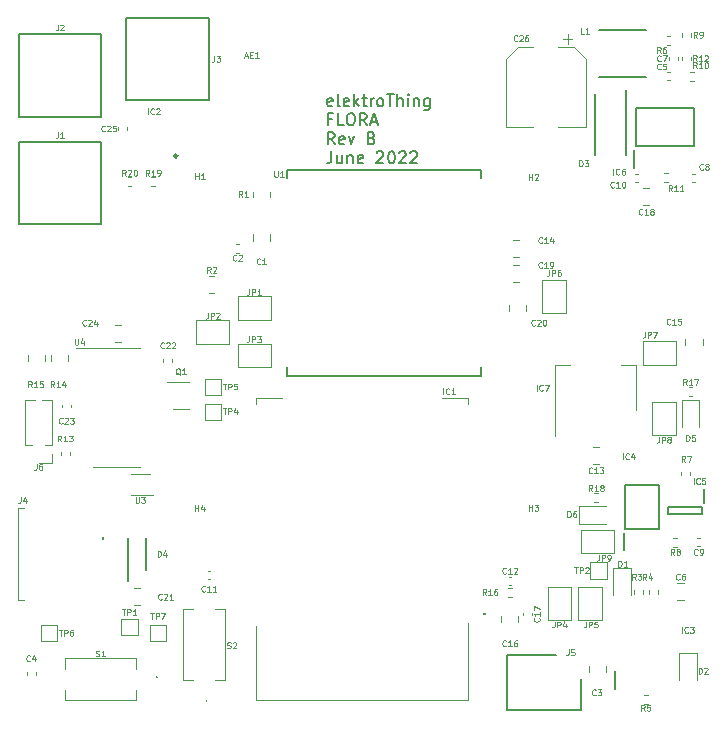
<source format=gbr>
%TF.GenerationSoftware,KiCad,Pcbnew,(6.0.0)*%
%TF.CreationDate,2022-06-01T22:52:45+01:00*%
%TF.ProjectId,flora,666c6f72-612e-46b6-9963-61645f706362,B*%
%TF.SameCoordinates,Original*%
%TF.FileFunction,Legend,Top*%
%TF.FilePolarity,Positive*%
%FSLAX46Y46*%
G04 Gerber Fmt 4.6, Leading zero omitted, Abs format (unit mm)*
G04 Created by KiCad (PCBNEW (6.0.0)) date 2022-06-01 22:52:45*
%MOMM*%
%LPD*%
G01*
G04 APERTURE LIST*
%ADD10C,0.150000*%
%ADD11C,0.035000*%
%ADD12C,0.120000*%
%ADD13C,0.200000*%
%ADD14C,0.100000*%
%ADD15C,0.250000*%
G04 APERTURE END LIST*
D10*
X201216547Y-113889761D02*
X201121309Y-113937380D01*
X200930833Y-113937380D01*
X200835595Y-113889761D01*
X200787976Y-113794523D01*
X200787976Y-113413571D01*
X200835595Y-113318333D01*
X200930833Y-113270714D01*
X201121309Y-113270714D01*
X201216547Y-113318333D01*
X201264166Y-113413571D01*
X201264166Y-113508809D01*
X200787976Y-113604047D01*
X201835595Y-113937380D02*
X201740357Y-113889761D01*
X201692738Y-113794523D01*
X201692738Y-112937380D01*
X202597500Y-113889761D02*
X202502261Y-113937380D01*
X202311785Y-113937380D01*
X202216547Y-113889761D01*
X202168928Y-113794523D01*
X202168928Y-113413571D01*
X202216547Y-113318333D01*
X202311785Y-113270714D01*
X202502261Y-113270714D01*
X202597500Y-113318333D01*
X202645119Y-113413571D01*
X202645119Y-113508809D01*
X202168928Y-113604047D01*
X203073690Y-113937380D02*
X203073690Y-112937380D01*
X203168928Y-113556428D02*
X203454642Y-113937380D01*
X203454642Y-113270714D02*
X203073690Y-113651666D01*
X203740357Y-113270714D02*
X204121309Y-113270714D01*
X203883214Y-112937380D02*
X203883214Y-113794523D01*
X203930833Y-113889761D01*
X204026071Y-113937380D01*
X204121309Y-113937380D01*
X204454642Y-113937380D02*
X204454642Y-113270714D01*
X204454642Y-113461190D02*
X204502261Y-113365952D01*
X204549880Y-113318333D01*
X204645119Y-113270714D01*
X204740357Y-113270714D01*
X205216547Y-113937380D02*
X205121309Y-113889761D01*
X205073690Y-113842142D01*
X205026071Y-113746904D01*
X205026071Y-113461190D01*
X205073690Y-113365952D01*
X205121309Y-113318333D01*
X205216547Y-113270714D01*
X205359404Y-113270714D01*
X205454642Y-113318333D01*
X205502261Y-113365952D01*
X205549880Y-113461190D01*
X205549880Y-113746904D01*
X205502261Y-113842142D01*
X205454642Y-113889761D01*
X205359404Y-113937380D01*
X205216547Y-113937380D01*
X205835595Y-112937380D02*
X206407023Y-112937380D01*
X206121309Y-113937380D02*
X206121309Y-112937380D01*
X206740357Y-113937380D02*
X206740357Y-112937380D01*
X207168928Y-113937380D02*
X207168928Y-113413571D01*
X207121309Y-113318333D01*
X207026071Y-113270714D01*
X206883214Y-113270714D01*
X206787976Y-113318333D01*
X206740357Y-113365952D01*
X207645119Y-113937380D02*
X207645119Y-113270714D01*
X207645119Y-112937380D02*
X207597500Y-112985000D01*
X207645119Y-113032619D01*
X207692738Y-112985000D01*
X207645119Y-112937380D01*
X207645119Y-113032619D01*
X208121309Y-113270714D02*
X208121309Y-113937380D01*
X208121309Y-113365952D02*
X208168928Y-113318333D01*
X208264166Y-113270714D01*
X208407023Y-113270714D01*
X208502261Y-113318333D01*
X208549880Y-113413571D01*
X208549880Y-113937380D01*
X209454642Y-113270714D02*
X209454642Y-114080238D01*
X209407023Y-114175476D01*
X209359404Y-114223095D01*
X209264166Y-114270714D01*
X209121309Y-114270714D01*
X209026071Y-114223095D01*
X209454642Y-113889761D02*
X209359404Y-113937380D01*
X209168928Y-113937380D01*
X209073690Y-113889761D01*
X209026071Y-113842142D01*
X208978452Y-113746904D01*
X208978452Y-113461190D01*
X209026071Y-113365952D01*
X209073690Y-113318333D01*
X209168928Y-113270714D01*
X209359404Y-113270714D01*
X209454642Y-113318333D01*
X201168928Y-115023571D02*
X200835595Y-115023571D01*
X200835595Y-115547380D02*
X200835595Y-114547380D01*
X201311785Y-114547380D01*
X202168928Y-115547380D02*
X201692738Y-115547380D01*
X201692738Y-114547380D01*
X202692738Y-114547380D02*
X202883214Y-114547380D01*
X202978452Y-114595000D01*
X203073690Y-114690238D01*
X203121309Y-114880714D01*
X203121309Y-115214047D01*
X203073690Y-115404523D01*
X202978452Y-115499761D01*
X202883214Y-115547380D01*
X202692738Y-115547380D01*
X202597500Y-115499761D01*
X202502261Y-115404523D01*
X202454642Y-115214047D01*
X202454642Y-114880714D01*
X202502261Y-114690238D01*
X202597500Y-114595000D01*
X202692738Y-114547380D01*
X204121309Y-115547380D02*
X203787976Y-115071190D01*
X203549880Y-115547380D02*
X203549880Y-114547380D01*
X203930833Y-114547380D01*
X204026071Y-114595000D01*
X204073690Y-114642619D01*
X204121309Y-114737857D01*
X204121309Y-114880714D01*
X204073690Y-114975952D01*
X204026071Y-115023571D01*
X203930833Y-115071190D01*
X203549880Y-115071190D01*
X204502261Y-115261666D02*
X204978452Y-115261666D01*
X204407023Y-115547380D02*
X204740357Y-114547380D01*
X205073690Y-115547380D01*
X201407023Y-117157380D02*
X201073690Y-116681190D01*
X200835595Y-117157380D02*
X200835595Y-116157380D01*
X201216547Y-116157380D01*
X201311785Y-116205000D01*
X201359404Y-116252619D01*
X201407023Y-116347857D01*
X201407023Y-116490714D01*
X201359404Y-116585952D01*
X201311785Y-116633571D01*
X201216547Y-116681190D01*
X200835595Y-116681190D01*
X202216547Y-117109761D02*
X202121309Y-117157380D01*
X201930833Y-117157380D01*
X201835595Y-117109761D01*
X201787976Y-117014523D01*
X201787976Y-116633571D01*
X201835595Y-116538333D01*
X201930833Y-116490714D01*
X202121309Y-116490714D01*
X202216547Y-116538333D01*
X202264166Y-116633571D01*
X202264166Y-116728809D01*
X201787976Y-116824047D01*
X202597500Y-116490714D02*
X202835595Y-117157380D01*
X203073690Y-116490714D01*
X204549880Y-116633571D02*
X204692738Y-116681190D01*
X204740357Y-116728809D01*
X204787976Y-116824047D01*
X204787976Y-116966904D01*
X204740357Y-117062142D01*
X204692738Y-117109761D01*
X204597500Y-117157380D01*
X204216547Y-117157380D01*
X204216547Y-116157380D01*
X204549880Y-116157380D01*
X204645119Y-116205000D01*
X204692738Y-116252619D01*
X204740357Y-116347857D01*
X204740357Y-116443095D01*
X204692738Y-116538333D01*
X204645119Y-116585952D01*
X204549880Y-116633571D01*
X204216547Y-116633571D01*
X201121309Y-117767380D02*
X201121309Y-118481666D01*
X201073690Y-118624523D01*
X200978452Y-118719761D01*
X200835595Y-118767380D01*
X200740357Y-118767380D01*
X202026071Y-118100714D02*
X202026071Y-118767380D01*
X201597500Y-118100714D02*
X201597500Y-118624523D01*
X201645119Y-118719761D01*
X201740357Y-118767380D01*
X201883214Y-118767380D01*
X201978452Y-118719761D01*
X202026071Y-118672142D01*
X202502261Y-118100714D02*
X202502261Y-118767380D01*
X202502261Y-118195952D02*
X202549880Y-118148333D01*
X202645119Y-118100714D01*
X202787976Y-118100714D01*
X202883214Y-118148333D01*
X202930833Y-118243571D01*
X202930833Y-118767380D01*
X203787976Y-118719761D02*
X203692738Y-118767380D01*
X203502261Y-118767380D01*
X203407023Y-118719761D01*
X203359404Y-118624523D01*
X203359404Y-118243571D01*
X203407023Y-118148333D01*
X203502261Y-118100714D01*
X203692738Y-118100714D01*
X203787976Y-118148333D01*
X203835595Y-118243571D01*
X203835595Y-118338809D01*
X203359404Y-118434047D01*
X204978452Y-117862619D02*
X205026071Y-117815000D01*
X205121309Y-117767380D01*
X205359404Y-117767380D01*
X205454642Y-117815000D01*
X205502261Y-117862619D01*
X205549880Y-117957857D01*
X205549880Y-118053095D01*
X205502261Y-118195952D01*
X204930833Y-118767380D01*
X205549880Y-118767380D01*
X206168928Y-117767380D02*
X206264166Y-117767380D01*
X206359404Y-117815000D01*
X206407023Y-117862619D01*
X206454642Y-117957857D01*
X206502261Y-118148333D01*
X206502261Y-118386428D01*
X206454642Y-118576904D01*
X206407023Y-118672142D01*
X206359404Y-118719761D01*
X206264166Y-118767380D01*
X206168928Y-118767380D01*
X206073690Y-118719761D01*
X206026071Y-118672142D01*
X205978452Y-118576904D01*
X205930833Y-118386428D01*
X205930833Y-118148333D01*
X205978452Y-117957857D01*
X206026071Y-117862619D01*
X206073690Y-117815000D01*
X206168928Y-117767380D01*
X206883214Y-117862619D02*
X206930833Y-117815000D01*
X207026071Y-117767380D01*
X207264166Y-117767380D01*
X207359404Y-117815000D01*
X207407023Y-117862619D01*
X207454642Y-117957857D01*
X207454642Y-118053095D01*
X207407023Y-118195952D01*
X206835595Y-118767380D01*
X207454642Y-118767380D01*
X207835595Y-117862619D02*
X207883214Y-117815000D01*
X207978452Y-117767380D01*
X208216547Y-117767380D01*
X208311785Y-117815000D01*
X208359404Y-117862619D01*
X208407023Y-117957857D01*
X208407023Y-118053095D01*
X208359404Y-118195952D01*
X207787976Y-118767380D01*
X208407023Y-118767380D01*
D11*
%TO.C,C21*%
X186778571Y-155678571D02*
X186754761Y-155702380D01*
X186683333Y-155726190D01*
X186635714Y-155726190D01*
X186564285Y-155702380D01*
X186516666Y-155654761D01*
X186492857Y-155607142D01*
X186469047Y-155511904D01*
X186469047Y-155440476D01*
X186492857Y-155345238D01*
X186516666Y-155297619D01*
X186564285Y-155250000D01*
X186635714Y-155226190D01*
X186683333Y-155226190D01*
X186754761Y-155250000D01*
X186778571Y-155273809D01*
X186969047Y-155273809D02*
X186992857Y-155250000D01*
X187040476Y-155226190D01*
X187159523Y-155226190D01*
X187207142Y-155250000D01*
X187230952Y-155273809D01*
X187254761Y-155321428D01*
X187254761Y-155369047D01*
X187230952Y-155440476D01*
X186945238Y-155726190D01*
X187254761Y-155726190D01*
X187730952Y-155726190D02*
X187445238Y-155726190D01*
X187588095Y-155726190D02*
X187588095Y-155226190D01*
X187540476Y-155297619D01*
X187492857Y-155345238D01*
X187445238Y-155369047D01*
%TO.C,R18*%
X223241071Y-146526190D02*
X223074404Y-146288095D01*
X222955357Y-146526190D02*
X222955357Y-146026190D01*
X223145833Y-146026190D01*
X223193452Y-146050000D01*
X223217261Y-146073809D01*
X223241071Y-146121428D01*
X223241071Y-146192857D01*
X223217261Y-146240476D01*
X223193452Y-146264285D01*
X223145833Y-146288095D01*
X222955357Y-146288095D01*
X223717261Y-146526190D02*
X223431547Y-146526190D01*
X223574404Y-146526190D02*
X223574404Y-146026190D01*
X223526785Y-146097619D01*
X223479166Y-146145238D01*
X223431547Y-146169047D01*
X224002976Y-146240476D02*
X223955357Y-146216666D01*
X223931547Y-146192857D01*
X223907738Y-146145238D01*
X223907738Y-146121428D01*
X223931547Y-146073809D01*
X223955357Y-146050000D01*
X224002976Y-146026190D01*
X224098214Y-146026190D01*
X224145833Y-146050000D01*
X224169642Y-146073809D01*
X224193452Y-146121428D01*
X224193452Y-146145238D01*
X224169642Y-146192857D01*
X224145833Y-146216666D01*
X224098214Y-146240476D01*
X224002976Y-146240476D01*
X223955357Y-146264285D01*
X223931547Y-146288095D01*
X223907738Y-146335714D01*
X223907738Y-146430952D01*
X223931547Y-146478571D01*
X223955357Y-146502380D01*
X224002976Y-146526190D01*
X224098214Y-146526190D01*
X224145833Y-146502380D01*
X224169642Y-146478571D01*
X224193452Y-146430952D01*
X224193452Y-146335714D01*
X224169642Y-146288095D01*
X224145833Y-146264285D01*
X224098214Y-146240476D01*
%TO.C,C17*%
X218728571Y-157271428D02*
X218752380Y-157295238D01*
X218776190Y-157366666D01*
X218776190Y-157414285D01*
X218752380Y-157485714D01*
X218704761Y-157533333D01*
X218657142Y-157557142D01*
X218561904Y-157580952D01*
X218490476Y-157580952D01*
X218395238Y-157557142D01*
X218347619Y-157533333D01*
X218300000Y-157485714D01*
X218276190Y-157414285D01*
X218276190Y-157366666D01*
X218300000Y-157295238D01*
X218323809Y-157271428D01*
X218776190Y-156795238D02*
X218776190Y-157080952D01*
X218776190Y-156938095D02*
X218276190Y-156938095D01*
X218347619Y-156985714D01*
X218395238Y-157033333D01*
X218419047Y-157080952D01*
X218276190Y-156628571D02*
X218276190Y-156295238D01*
X218776190Y-156509523D01*
%TO.C,TP7*%
X185819047Y-156828190D02*
X186104761Y-156828190D01*
X185961904Y-157328190D02*
X185961904Y-156828190D01*
X186271428Y-157328190D02*
X186271428Y-156828190D01*
X186461904Y-156828190D01*
X186509523Y-156852000D01*
X186533333Y-156875809D01*
X186557142Y-156923428D01*
X186557142Y-156994857D01*
X186533333Y-157042476D01*
X186509523Y-157066285D01*
X186461904Y-157090095D01*
X186271428Y-157090095D01*
X186723809Y-156828190D02*
X187057142Y-156828190D01*
X186842857Y-157328190D01*
%TO.C,C14*%
X218978571Y-125478571D02*
X218954761Y-125502380D01*
X218883333Y-125526190D01*
X218835714Y-125526190D01*
X218764285Y-125502380D01*
X218716666Y-125454761D01*
X218692857Y-125407142D01*
X218669047Y-125311904D01*
X218669047Y-125240476D01*
X218692857Y-125145238D01*
X218716666Y-125097619D01*
X218764285Y-125050000D01*
X218835714Y-125026190D01*
X218883333Y-125026190D01*
X218954761Y-125050000D01*
X218978571Y-125073809D01*
X219454761Y-125526190D02*
X219169047Y-125526190D01*
X219311904Y-125526190D02*
X219311904Y-125026190D01*
X219264285Y-125097619D01*
X219216666Y-125145238D01*
X219169047Y-125169047D01*
X219883333Y-125192857D02*
X219883333Y-125526190D01*
X219764285Y-125002380D02*
X219645238Y-125359523D01*
X219954761Y-125359523D01*
%TO.C,TP6*%
X178069047Y-158276190D02*
X178354761Y-158276190D01*
X178211904Y-158776190D02*
X178211904Y-158276190D01*
X178521428Y-158776190D02*
X178521428Y-158276190D01*
X178711904Y-158276190D01*
X178759523Y-158300000D01*
X178783333Y-158323809D01*
X178807142Y-158371428D01*
X178807142Y-158442857D01*
X178783333Y-158490476D01*
X178759523Y-158514285D01*
X178711904Y-158538095D01*
X178521428Y-158538095D01*
X179235714Y-158276190D02*
X179140476Y-158276190D01*
X179092857Y-158300000D01*
X179069047Y-158323809D01*
X179021428Y-158395238D01*
X178997619Y-158490476D01*
X178997619Y-158680952D01*
X179021428Y-158728571D01*
X179045238Y-158752380D01*
X179092857Y-158776190D01*
X179188095Y-158776190D01*
X179235714Y-158752380D01*
X179259523Y-158728571D01*
X179283333Y-158680952D01*
X179283333Y-158561904D01*
X179259523Y-158514285D01*
X179235714Y-158490476D01*
X179188095Y-158466666D01*
X179092857Y-158466666D01*
X179045238Y-158490476D01*
X179021428Y-158514285D01*
X178997619Y-158561904D01*
%TO.C,D4*%
X186430952Y-152076190D02*
X186430952Y-151576190D01*
X186550000Y-151576190D01*
X186621428Y-151600000D01*
X186669047Y-151647619D01*
X186692857Y-151695238D01*
X186716666Y-151790476D01*
X186716666Y-151861904D01*
X186692857Y-151957142D01*
X186669047Y-152004761D01*
X186621428Y-152052380D01*
X186550000Y-152076190D01*
X186430952Y-152076190D01*
X187145238Y-151742857D02*
X187145238Y-152076190D01*
X187026190Y-151552380D02*
X186907142Y-151909523D01*
X187216666Y-151909523D01*
%TO.C,JP8*%
X228883333Y-141926190D02*
X228883333Y-142283333D01*
X228859523Y-142354761D01*
X228811904Y-142402380D01*
X228740476Y-142426190D01*
X228692857Y-142426190D01*
X229121428Y-142426190D02*
X229121428Y-141926190D01*
X229311904Y-141926190D01*
X229359523Y-141950000D01*
X229383333Y-141973809D01*
X229407142Y-142021428D01*
X229407142Y-142092857D01*
X229383333Y-142140476D01*
X229359523Y-142164285D01*
X229311904Y-142188095D01*
X229121428Y-142188095D01*
X229692857Y-142140476D02*
X229645238Y-142116666D01*
X229621428Y-142092857D01*
X229597619Y-142045238D01*
X229597619Y-142021428D01*
X229621428Y-141973809D01*
X229645238Y-141950000D01*
X229692857Y-141926190D01*
X229788095Y-141926190D01*
X229835714Y-141950000D01*
X229859523Y-141973809D01*
X229883333Y-142021428D01*
X229883333Y-142045238D01*
X229859523Y-142092857D01*
X229835714Y-142116666D01*
X229788095Y-142140476D01*
X229692857Y-142140476D01*
X229645238Y-142164285D01*
X229621428Y-142188095D01*
X229597619Y-142235714D01*
X229597619Y-142330952D01*
X229621428Y-142378571D01*
X229645238Y-142402380D01*
X229692857Y-142426190D01*
X229788095Y-142426190D01*
X229835714Y-142402380D01*
X229859523Y-142378571D01*
X229883333Y-142330952D01*
X229883333Y-142235714D01*
X229859523Y-142188095D01*
X229835714Y-142164285D01*
X229788095Y-142140476D01*
%TO.C,J4*%
X174833333Y-147026190D02*
X174833333Y-147383333D01*
X174809523Y-147454761D01*
X174761904Y-147502380D01*
X174690476Y-147526190D01*
X174642857Y-147526190D01*
X175285714Y-147192857D02*
X175285714Y-147526190D01*
X175166666Y-147002380D02*
X175047619Y-147359523D01*
X175357142Y-147359523D01*
%TO.C,C6*%
X230616666Y-153978571D02*
X230592857Y-154002380D01*
X230521428Y-154026190D01*
X230473809Y-154026190D01*
X230402380Y-154002380D01*
X230354761Y-153954761D01*
X230330952Y-153907142D01*
X230307142Y-153811904D01*
X230307142Y-153740476D01*
X230330952Y-153645238D01*
X230354761Y-153597619D01*
X230402380Y-153550000D01*
X230473809Y-153526190D01*
X230521428Y-153526190D01*
X230592857Y-153550000D01*
X230616666Y-153573809D01*
X231045238Y-153526190D02*
X230950000Y-153526190D01*
X230902380Y-153550000D01*
X230878571Y-153573809D01*
X230830952Y-153645238D01*
X230807142Y-153740476D01*
X230807142Y-153930952D01*
X230830952Y-153978571D01*
X230854761Y-154002380D01*
X230902380Y-154026190D01*
X230997619Y-154026190D01*
X231045238Y-154002380D01*
X231069047Y-153978571D01*
X231092857Y-153930952D01*
X231092857Y-153811904D01*
X231069047Y-153764285D01*
X231045238Y-153740476D01*
X230997619Y-153716666D01*
X230902380Y-153716666D01*
X230854761Y-153740476D01*
X230830952Y-153764285D01*
X230807142Y-153811904D01*
%TO.C,H3*%
X217869047Y-148176190D02*
X217869047Y-147676190D01*
X217869047Y-147914285D02*
X218154761Y-147914285D01*
X218154761Y-148176190D02*
X218154761Y-147676190D01*
X218345238Y-147676190D02*
X218654761Y-147676190D01*
X218488095Y-147866666D01*
X218559523Y-147866666D01*
X218607142Y-147890476D01*
X218630952Y-147914285D01*
X218654761Y-147961904D01*
X218654761Y-148080952D01*
X218630952Y-148128571D01*
X218607142Y-148152380D01*
X218559523Y-148176190D01*
X218416666Y-148176190D01*
X218369047Y-148152380D01*
X218345238Y-148128571D01*
%TO.C,JP9*%
X223783333Y-151926190D02*
X223783333Y-152283333D01*
X223759523Y-152354761D01*
X223711904Y-152402380D01*
X223640476Y-152426190D01*
X223592857Y-152426190D01*
X224021428Y-152426190D02*
X224021428Y-151926190D01*
X224211904Y-151926190D01*
X224259523Y-151950000D01*
X224283333Y-151973809D01*
X224307142Y-152021428D01*
X224307142Y-152092857D01*
X224283333Y-152140476D01*
X224259523Y-152164285D01*
X224211904Y-152188095D01*
X224021428Y-152188095D01*
X224545238Y-152426190D02*
X224640476Y-152426190D01*
X224688095Y-152402380D01*
X224711904Y-152378571D01*
X224759523Y-152307142D01*
X224783333Y-152211904D01*
X224783333Y-152021428D01*
X224759523Y-151973809D01*
X224735714Y-151950000D01*
X224688095Y-151926190D01*
X224592857Y-151926190D01*
X224545238Y-151950000D01*
X224521428Y-151973809D01*
X224497619Y-152021428D01*
X224497619Y-152140476D01*
X224521428Y-152188095D01*
X224545238Y-152211904D01*
X224592857Y-152235714D01*
X224688095Y-152235714D01*
X224735714Y-152211904D01*
X224759523Y-152188095D01*
X224783333Y-152140476D01*
%TO.C,C7*%
X229016666Y-110078571D02*
X228992857Y-110102380D01*
X228921428Y-110126190D01*
X228873809Y-110126190D01*
X228802380Y-110102380D01*
X228754761Y-110054761D01*
X228730952Y-110007142D01*
X228707142Y-109911904D01*
X228707142Y-109840476D01*
X228730952Y-109745238D01*
X228754761Y-109697619D01*
X228802380Y-109650000D01*
X228873809Y-109626190D01*
X228921428Y-109626190D01*
X228992857Y-109650000D01*
X229016666Y-109673809D01*
X229183333Y-109626190D02*
X229516666Y-109626190D01*
X229302380Y-110126190D01*
%TO.C,C11*%
X190448571Y-154988571D02*
X190424761Y-155012380D01*
X190353333Y-155036190D01*
X190305714Y-155036190D01*
X190234285Y-155012380D01*
X190186666Y-154964761D01*
X190162857Y-154917142D01*
X190139047Y-154821904D01*
X190139047Y-154750476D01*
X190162857Y-154655238D01*
X190186666Y-154607619D01*
X190234285Y-154560000D01*
X190305714Y-154536190D01*
X190353333Y-154536190D01*
X190424761Y-154560000D01*
X190448571Y-154583809D01*
X190924761Y-155036190D02*
X190639047Y-155036190D01*
X190781904Y-155036190D02*
X190781904Y-154536190D01*
X190734285Y-154607619D01*
X190686666Y-154655238D01*
X190639047Y-154679047D01*
X191400952Y-155036190D02*
X191115238Y-155036190D01*
X191258095Y-155036190D02*
X191258095Y-154536190D01*
X191210476Y-154607619D01*
X191162857Y-154655238D01*
X191115238Y-154679047D01*
%TO.C,C1*%
X195116666Y-127278571D02*
X195092857Y-127302380D01*
X195021428Y-127326190D01*
X194973809Y-127326190D01*
X194902380Y-127302380D01*
X194854761Y-127254761D01*
X194830952Y-127207142D01*
X194807142Y-127111904D01*
X194807142Y-127040476D01*
X194830952Y-126945238D01*
X194854761Y-126897619D01*
X194902380Y-126850000D01*
X194973809Y-126826190D01*
X195021428Y-126826190D01*
X195092857Y-126850000D01*
X195116666Y-126873809D01*
X195592857Y-127326190D02*
X195307142Y-127326190D01*
X195450000Y-127326190D02*
X195450000Y-126826190D01*
X195402380Y-126897619D01*
X195354761Y-126945238D01*
X195307142Y-126969047D01*
%TO.C,R20*%
X183728571Y-119826190D02*
X183561904Y-119588095D01*
X183442857Y-119826190D02*
X183442857Y-119326190D01*
X183633333Y-119326190D01*
X183680952Y-119350000D01*
X183704761Y-119373809D01*
X183728571Y-119421428D01*
X183728571Y-119492857D01*
X183704761Y-119540476D01*
X183680952Y-119564285D01*
X183633333Y-119588095D01*
X183442857Y-119588095D01*
X183919047Y-119373809D02*
X183942857Y-119350000D01*
X183990476Y-119326190D01*
X184109523Y-119326190D01*
X184157142Y-119350000D01*
X184180952Y-119373809D01*
X184204761Y-119421428D01*
X184204761Y-119469047D01*
X184180952Y-119540476D01*
X183895238Y-119826190D01*
X184204761Y-119826190D01*
X184514285Y-119326190D02*
X184561904Y-119326190D01*
X184609523Y-119350000D01*
X184633333Y-119373809D01*
X184657142Y-119421428D01*
X184680952Y-119516666D01*
X184680952Y-119635714D01*
X184657142Y-119730952D01*
X184633333Y-119778571D01*
X184609523Y-119802380D01*
X184561904Y-119826190D01*
X184514285Y-119826190D01*
X184466666Y-119802380D01*
X184442857Y-119778571D01*
X184419047Y-119730952D01*
X184395238Y-119635714D01*
X184395238Y-119516666D01*
X184419047Y-119421428D01*
X184442857Y-119373809D01*
X184466666Y-119350000D01*
X184514285Y-119326190D01*
%TO.C,R10*%
X232078571Y-110726190D02*
X231911904Y-110488095D01*
X231792857Y-110726190D02*
X231792857Y-110226190D01*
X231983333Y-110226190D01*
X232030952Y-110250000D01*
X232054761Y-110273809D01*
X232078571Y-110321428D01*
X232078571Y-110392857D01*
X232054761Y-110440476D01*
X232030952Y-110464285D01*
X231983333Y-110488095D01*
X231792857Y-110488095D01*
X232554761Y-110726190D02*
X232269047Y-110726190D01*
X232411904Y-110726190D02*
X232411904Y-110226190D01*
X232364285Y-110297619D01*
X232316666Y-110345238D01*
X232269047Y-110369047D01*
X232864285Y-110226190D02*
X232911904Y-110226190D01*
X232959523Y-110250000D01*
X232983333Y-110273809D01*
X233007142Y-110321428D01*
X233030952Y-110416666D01*
X233030952Y-110535714D01*
X233007142Y-110630952D01*
X232983333Y-110678571D01*
X232959523Y-110702380D01*
X232911904Y-110726190D01*
X232864285Y-110726190D01*
X232816666Y-110702380D01*
X232792857Y-110678571D01*
X232769047Y-110630952D01*
X232745238Y-110535714D01*
X232745238Y-110416666D01*
X232769047Y-110321428D01*
X232792857Y-110273809D01*
X232816666Y-110250000D01*
X232864285Y-110226190D01*
%TO.C,R13*%
X178278571Y-142326190D02*
X178111904Y-142088095D01*
X177992857Y-142326190D02*
X177992857Y-141826190D01*
X178183333Y-141826190D01*
X178230952Y-141850000D01*
X178254761Y-141873809D01*
X178278571Y-141921428D01*
X178278571Y-141992857D01*
X178254761Y-142040476D01*
X178230952Y-142064285D01*
X178183333Y-142088095D01*
X177992857Y-142088095D01*
X178754761Y-142326190D02*
X178469047Y-142326190D01*
X178611904Y-142326190D02*
X178611904Y-141826190D01*
X178564285Y-141897619D01*
X178516666Y-141945238D01*
X178469047Y-141969047D01*
X178921428Y-141826190D02*
X179230952Y-141826190D01*
X179064285Y-142016666D01*
X179135714Y-142016666D01*
X179183333Y-142040476D01*
X179207142Y-142064285D01*
X179230952Y-142111904D01*
X179230952Y-142230952D01*
X179207142Y-142278571D01*
X179183333Y-142302380D01*
X179135714Y-142326190D01*
X178992857Y-142326190D01*
X178945238Y-142302380D01*
X178921428Y-142278571D01*
%TO.C,C23*%
X178378571Y-140778571D02*
X178354761Y-140802380D01*
X178283333Y-140826190D01*
X178235714Y-140826190D01*
X178164285Y-140802380D01*
X178116666Y-140754761D01*
X178092857Y-140707142D01*
X178069047Y-140611904D01*
X178069047Y-140540476D01*
X178092857Y-140445238D01*
X178116666Y-140397619D01*
X178164285Y-140350000D01*
X178235714Y-140326190D01*
X178283333Y-140326190D01*
X178354761Y-140350000D01*
X178378571Y-140373809D01*
X178569047Y-140373809D02*
X178592857Y-140350000D01*
X178640476Y-140326190D01*
X178759523Y-140326190D01*
X178807142Y-140350000D01*
X178830952Y-140373809D01*
X178854761Y-140421428D01*
X178854761Y-140469047D01*
X178830952Y-140540476D01*
X178545238Y-140826190D01*
X178854761Y-140826190D01*
X179021428Y-140326190D02*
X179330952Y-140326190D01*
X179164285Y-140516666D01*
X179235714Y-140516666D01*
X179283333Y-140540476D01*
X179307142Y-140564285D01*
X179330952Y-140611904D01*
X179330952Y-140730952D01*
X179307142Y-140778571D01*
X179283333Y-140802380D01*
X179235714Y-140826190D01*
X179092857Y-140826190D01*
X179045238Y-140802380D01*
X179021428Y-140778571D01*
%TO.C,D5*%
X231180952Y-142276190D02*
X231180952Y-141776190D01*
X231300000Y-141776190D01*
X231371428Y-141800000D01*
X231419047Y-141847619D01*
X231442857Y-141895238D01*
X231466666Y-141990476D01*
X231466666Y-142061904D01*
X231442857Y-142157142D01*
X231419047Y-142204761D01*
X231371428Y-142252380D01*
X231300000Y-142276190D01*
X231180952Y-142276190D01*
X231919047Y-141776190D02*
X231680952Y-141776190D01*
X231657142Y-142014285D01*
X231680952Y-141990476D01*
X231728571Y-141966666D01*
X231847619Y-141966666D01*
X231895238Y-141990476D01*
X231919047Y-142014285D01*
X231942857Y-142061904D01*
X231942857Y-142180952D01*
X231919047Y-142228571D01*
X231895238Y-142252380D01*
X231847619Y-142276190D01*
X231728571Y-142276190D01*
X231680952Y-142252380D01*
X231657142Y-142228571D01*
%TO.C,R12*%
X232078571Y-110126190D02*
X231911904Y-109888095D01*
X231792857Y-110126190D02*
X231792857Y-109626190D01*
X231983333Y-109626190D01*
X232030952Y-109650000D01*
X232054761Y-109673809D01*
X232078571Y-109721428D01*
X232078571Y-109792857D01*
X232054761Y-109840476D01*
X232030952Y-109864285D01*
X231983333Y-109888095D01*
X231792857Y-109888095D01*
X232554761Y-110126190D02*
X232269047Y-110126190D01*
X232411904Y-110126190D02*
X232411904Y-109626190D01*
X232364285Y-109697619D01*
X232316666Y-109745238D01*
X232269047Y-109769047D01*
X232745238Y-109673809D02*
X232769047Y-109650000D01*
X232816666Y-109626190D01*
X232935714Y-109626190D01*
X232983333Y-109650000D01*
X233007142Y-109673809D01*
X233030952Y-109721428D01*
X233030952Y-109769047D01*
X233007142Y-109840476D01*
X232721428Y-110126190D01*
X233030952Y-110126190D01*
%TO.C,H1*%
X189619047Y-120126190D02*
X189619047Y-119626190D01*
X189619047Y-119864285D02*
X189904761Y-119864285D01*
X189904761Y-120126190D02*
X189904761Y-119626190D01*
X190404761Y-120126190D02*
X190119047Y-120126190D01*
X190261904Y-120126190D02*
X190261904Y-119626190D01*
X190214285Y-119697619D01*
X190166666Y-119745238D01*
X190119047Y-119769047D01*
%TO.C,C22*%
X186978571Y-134378571D02*
X186954761Y-134402380D01*
X186883333Y-134426190D01*
X186835714Y-134426190D01*
X186764285Y-134402380D01*
X186716666Y-134354761D01*
X186692857Y-134307142D01*
X186669047Y-134211904D01*
X186669047Y-134140476D01*
X186692857Y-134045238D01*
X186716666Y-133997619D01*
X186764285Y-133950000D01*
X186835714Y-133926190D01*
X186883333Y-133926190D01*
X186954761Y-133950000D01*
X186978571Y-133973809D01*
X187169047Y-133973809D02*
X187192857Y-133950000D01*
X187240476Y-133926190D01*
X187359523Y-133926190D01*
X187407142Y-133950000D01*
X187430952Y-133973809D01*
X187454761Y-134021428D01*
X187454761Y-134069047D01*
X187430952Y-134140476D01*
X187145238Y-134426190D01*
X187454761Y-134426190D01*
X187645238Y-133973809D02*
X187669047Y-133950000D01*
X187716666Y-133926190D01*
X187835714Y-133926190D01*
X187883333Y-133950000D01*
X187907142Y-133973809D01*
X187930952Y-134021428D01*
X187930952Y-134069047D01*
X187907142Y-134140476D01*
X187621428Y-134426190D01*
X187930952Y-134426190D01*
%TO.C,R6*%
X229016666Y-109426190D02*
X228850000Y-109188095D01*
X228730952Y-109426190D02*
X228730952Y-108926190D01*
X228921428Y-108926190D01*
X228969047Y-108950000D01*
X228992857Y-108973809D01*
X229016666Y-109021428D01*
X229016666Y-109092857D01*
X228992857Y-109140476D01*
X228969047Y-109164285D01*
X228921428Y-109188095D01*
X228730952Y-109188095D01*
X229445238Y-108926190D02*
X229350000Y-108926190D01*
X229302380Y-108950000D01*
X229278571Y-108973809D01*
X229230952Y-109045238D01*
X229207142Y-109140476D01*
X229207142Y-109330952D01*
X229230952Y-109378571D01*
X229254761Y-109402380D01*
X229302380Y-109426190D01*
X229397619Y-109426190D01*
X229445238Y-109402380D01*
X229469047Y-109378571D01*
X229492857Y-109330952D01*
X229492857Y-109211904D01*
X229469047Y-109164285D01*
X229445238Y-109140476D01*
X229397619Y-109116666D01*
X229302380Y-109116666D01*
X229254761Y-109140476D01*
X229230952Y-109164285D01*
X229207142Y-109211904D01*
%TO.C,TP1*%
X183419047Y-156526190D02*
X183704761Y-156526190D01*
X183561904Y-157026190D02*
X183561904Y-156526190D01*
X183871428Y-157026190D02*
X183871428Y-156526190D01*
X184061904Y-156526190D01*
X184109523Y-156550000D01*
X184133333Y-156573809D01*
X184157142Y-156621428D01*
X184157142Y-156692857D01*
X184133333Y-156740476D01*
X184109523Y-156764285D01*
X184061904Y-156788095D01*
X183871428Y-156788095D01*
X184633333Y-157026190D02*
X184347619Y-157026190D01*
X184490476Y-157026190D02*
X184490476Y-156526190D01*
X184442857Y-156597619D01*
X184395238Y-156645238D01*
X184347619Y-156669047D01*
%TO.C,C5*%
X229016666Y-110778571D02*
X228992857Y-110802380D01*
X228921428Y-110826190D01*
X228873809Y-110826190D01*
X228802380Y-110802380D01*
X228754761Y-110754761D01*
X228730952Y-110707142D01*
X228707142Y-110611904D01*
X228707142Y-110540476D01*
X228730952Y-110445238D01*
X228754761Y-110397619D01*
X228802380Y-110350000D01*
X228873809Y-110326190D01*
X228921428Y-110326190D01*
X228992857Y-110350000D01*
X229016666Y-110373809D01*
X229469047Y-110326190D02*
X229230952Y-110326190D01*
X229207142Y-110564285D01*
X229230952Y-110540476D01*
X229278571Y-110516666D01*
X229397619Y-110516666D01*
X229445238Y-110540476D01*
X229469047Y-110564285D01*
X229492857Y-110611904D01*
X229492857Y-110730952D01*
X229469047Y-110778571D01*
X229445238Y-110802380D01*
X229397619Y-110826190D01*
X229278571Y-110826190D01*
X229230952Y-110802380D01*
X229207142Y-110778571D01*
%TO.C,R4*%
X227816666Y-154026190D02*
X227650000Y-153788095D01*
X227530952Y-154026190D02*
X227530952Y-153526190D01*
X227721428Y-153526190D01*
X227769047Y-153550000D01*
X227792857Y-153573809D01*
X227816666Y-153621428D01*
X227816666Y-153692857D01*
X227792857Y-153740476D01*
X227769047Y-153764285D01*
X227721428Y-153788095D01*
X227530952Y-153788095D01*
X228245238Y-153692857D02*
X228245238Y-154026190D01*
X228126190Y-153502380D02*
X228007142Y-153859523D01*
X228316666Y-153859523D01*
%TO.C,IC4*%
X225811904Y-143826190D02*
X225811904Y-143326190D01*
X226335714Y-143778571D02*
X226311904Y-143802380D01*
X226240476Y-143826190D01*
X226192857Y-143826190D01*
X226121428Y-143802380D01*
X226073809Y-143754761D01*
X226050000Y-143707142D01*
X226026190Y-143611904D01*
X226026190Y-143540476D01*
X226050000Y-143445238D01*
X226073809Y-143397619D01*
X226121428Y-143350000D01*
X226192857Y-143326190D01*
X226240476Y-143326190D01*
X226311904Y-143350000D01*
X226335714Y-143373809D01*
X226764285Y-143492857D02*
X226764285Y-143826190D01*
X226645238Y-143302380D02*
X226526190Y-143659523D01*
X226835714Y-143659523D01*
%TO.C,C2*%
X193096666Y-126978571D02*
X193072857Y-127002380D01*
X193001428Y-127026190D01*
X192953809Y-127026190D01*
X192882380Y-127002380D01*
X192834761Y-126954761D01*
X192810952Y-126907142D01*
X192787142Y-126811904D01*
X192787142Y-126740476D01*
X192810952Y-126645238D01*
X192834761Y-126597619D01*
X192882380Y-126550000D01*
X192953809Y-126526190D01*
X193001428Y-126526190D01*
X193072857Y-126550000D01*
X193096666Y-126573809D01*
X193287142Y-126573809D02*
X193310952Y-126550000D01*
X193358571Y-126526190D01*
X193477619Y-126526190D01*
X193525238Y-126550000D01*
X193549047Y-126573809D01*
X193572857Y-126621428D01*
X193572857Y-126669047D01*
X193549047Y-126740476D01*
X193263333Y-127026190D01*
X193572857Y-127026190D01*
%TO.C,H2*%
X217869047Y-120176190D02*
X217869047Y-119676190D01*
X217869047Y-119914285D02*
X218154761Y-119914285D01*
X218154761Y-120176190D02*
X218154761Y-119676190D01*
X218369047Y-119723809D02*
X218392857Y-119700000D01*
X218440476Y-119676190D01*
X218559523Y-119676190D01*
X218607142Y-119700000D01*
X218630952Y-119723809D01*
X218654761Y-119771428D01*
X218654761Y-119819047D01*
X218630952Y-119890476D01*
X218345238Y-120176190D01*
X218654761Y-120176190D01*
%TO.C,J3*%
X191233333Y-109676190D02*
X191233333Y-110033333D01*
X191209523Y-110104761D01*
X191161904Y-110152380D01*
X191090476Y-110176190D01*
X191042857Y-110176190D01*
X191423809Y-109676190D02*
X191733333Y-109676190D01*
X191566666Y-109866666D01*
X191638095Y-109866666D01*
X191685714Y-109890476D01*
X191709523Y-109914285D01*
X191733333Y-109961904D01*
X191733333Y-110080952D01*
X191709523Y-110128571D01*
X191685714Y-110152380D01*
X191638095Y-110176190D01*
X191495238Y-110176190D01*
X191447619Y-110152380D01*
X191423809Y-110128571D01*
%TO.C,C15*%
X229828571Y-132378571D02*
X229804761Y-132402380D01*
X229733333Y-132426190D01*
X229685714Y-132426190D01*
X229614285Y-132402380D01*
X229566666Y-132354761D01*
X229542857Y-132307142D01*
X229519047Y-132211904D01*
X229519047Y-132140476D01*
X229542857Y-132045238D01*
X229566666Y-131997619D01*
X229614285Y-131950000D01*
X229685714Y-131926190D01*
X229733333Y-131926190D01*
X229804761Y-131950000D01*
X229828571Y-131973809D01*
X230304761Y-132426190D02*
X230019047Y-132426190D01*
X230161904Y-132426190D02*
X230161904Y-131926190D01*
X230114285Y-131997619D01*
X230066666Y-132045238D01*
X230019047Y-132069047D01*
X230757142Y-131926190D02*
X230519047Y-131926190D01*
X230495238Y-132164285D01*
X230519047Y-132140476D01*
X230566666Y-132116666D01*
X230685714Y-132116666D01*
X230733333Y-132140476D01*
X230757142Y-132164285D01*
X230780952Y-132211904D01*
X230780952Y-132330952D01*
X230757142Y-132378571D01*
X230733333Y-132402380D01*
X230685714Y-132426190D01*
X230566666Y-132426190D01*
X230519047Y-132402380D01*
X230495238Y-132378571D01*
%TO.C,R8*%
X230176666Y-151926190D02*
X230010000Y-151688095D01*
X229890952Y-151926190D02*
X229890952Y-151426190D01*
X230081428Y-151426190D01*
X230129047Y-151450000D01*
X230152857Y-151473809D01*
X230176666Y-151521428D01*
X230176666Y-151592857D01*
X230152857Y-151640476D01*
X230129047Y-151664285D01*
X230081428Y-151688095D01*
X229890952Y-151688095D01*
X230462380Y-151640476D02*
X230414761Y-151616666D01*
X230390952Y-151592857D01*
X230367142Y-151545238D01*
X230367142Y-151521428D01*
X230390952Y-151473809D01*
X230414761Y-151450000D01*
X230462380Y-151426190D01*
X230557619Y-151426190D01*
X230605238Y-151450000D01*
X230629047Y-151473809D01*
X230652857Y-151521428D01*
X230652857Y-151545238D01*
X230629047Y-151592857D01*
X230605238Y-151616666D01*
X230557619Y-151640476D01*
X230462380Y-151640476D01*
X230414761Y-151664285D01*
X230390952Y-151688095D01*
X230367142Y-151735714D01*
X230367142Y-151830952D01*
X230390952Y-151878571D01*
X230414761Y-151902380D01*
X230462380Y-151926190D01*
X230557619Y-151926190D01*
X230605238Y-151902380D01*
X230629047Y-151878571D01*
X230652857Y-151830952D01*
X230652857Y-151735714D01*
X230629047Y-151688095D01*
X230605238Y-151664285D01*
X230557619Y-151640476D01*
%TO.C,IC5*%
X231811904Y-145926190D02*
X231811904Y-145426190D01*
X232335714Y-145878571D02*
X232311904Y-145902380D01*
X232240476Y-145926190D01*
X232192857Y-145926190D01*
X232121428Y-145902380D01*
X232073809Y-145854761D01*
X232050000Y-145807142D01*
X232026190Y-145711904D01*
X232026190Y-145640476D01*
X232050000Y-145545238D01*
X232073809Y-145497619D01*
X232121428Y-145450000D01*
X232192857Y-145426190D01*
X232240476Y-145426190D01*
X232311904Y-145450000D01*
X232335714Y-145473809D01*
X232788095Y-145426190D02*
X232550000Y-145426190D01*
X232526190Y-145664285D01*
X232550000Y-145640476D01*
X232597619Y-145616666D01*
X232716666Y-145616666D01*
X232764285Y-145640476D01*
X232788095Y-145664285D01*
X232811904Y-145711904D01*
X232811904Y-145830952D01*
X232788095Y-145878571D01*
X232764285Y-145902380D01*
X232716666Y-145926190D01*
X232597619Y-145926190D01*
X232550000Y-145902380D01*
X232526190Y-145878571D01*
%TO.C,TP4*%
X191969047Y-139526190D02*
X192254761Y-139526190D01*
X192111904Y-140026190D02*
X192111904Y-139526190D01*
X192421428Y-140026190D02*
X192421428Y-139526190D01*
X192611904Y-139526190D01*
X192659523Y-139550000D01*
X192683333Y-139573809D01*
X192707142Y-139621428D01*
X192707142Y-139692857D01*
X192683333Y-139740476D01*
X192659523Y-139764285D01*
X192611904Y-139788095D01*
X192421428Y-139788095D01*
X193135714Y-139692857D02*
X193135714Y-140026190D01*
X193016666Y-139502380D02*
X192897619Y-139859523D01*
X193207142Y-139859523D01*
%TO.C,IC2*%
X185606904Y-114626190D02*
X185606904Y-114126190D01*
X186130714Y-114578571D02*
X186106904Y-114602380D01*
X186035476Y-114626190D01*
X185987857Y-114626190D01*
X185916428Y-114602380D01*
X185868809Y-114554761D01*
X185845000Y-114507142D01*
X185821190Y-114411904D01*
X185821190Y-114340476D01*
X185845000Y-114245238D01*
X185868809Y-114197619D01*
X185916428Y-114150000D01*
X185987857Y-114126190D01*
X186035476Y-114126190D01*
X186106904Y-114150000D01*
X186130714Y-114173809D01*
X186321190Y-114173809D02*
X186345000Y-114150000D01*
X186392619Y-114126190D01*
X186511666Y-114126190D01*
X186559285Y-114150000D01*
X186583095Y-114173809D01*
X186606904Y-114221428D01*
X186606904Y-114269047D01*
X186583095Y-114340476D01*
X186297380Y-114626190D01*
X186606904Y-114626190D01*
%TO.C,C20*%
X218378571Y-132478571D02*
X218354761Y-132502380D01*
X218283333Y-132526190D01*
X218235714Y-132526190D01*
X218164285Y-132502380D01*
X218116666Y-132454761D01*
X218092857Y-132407142D01*
X218069047Y-132311904D01*
X218069047Y-132240476D01*
X218092857Y-132145238D01*
X218116666Y-132097619D01*
X218164285Y-132050000D01*
X218235714Y-132026190D01*
X218283333Y-132026190D01*
X218354761Y-132050000D01*
X218378571Y-132073809D01*
X218569047Y-132073809D02*
X218592857Y-132050000D01*
X218640476Y-132026190D01*
X218759523Y-132026190D01*
X218807142Y-132050000D01*
X218830952Y-132073809D01*
X218854761Y-132121428D01*
X218854761Y-132169047D01*
X218830952Y-132240476D01*
X218545238Y-132526190D01*
X218854761Y-132526190D01*
X219164285Y-132026190D02*
X219211904Y-132026190D01*
X219259523Y-132050000D01*
X219283333Y-132073809D01*
X219307142Y-132121428D01*
X219330952Y-132216666D01*
X219330952Y-132335714D01*
X219307142Y-132430952D01*
X219283333Y-132478571D01*
X219259523Y-132502380D01*
X219211904Y-132526190D01*
X219164285Y-132526190D01*
X219116666Y-132502380D01*
X219092857Y-132478571D01*
X219069047Y-132430952D01*
X219045238Y-132335714D01*
X219045238Y-132216666D01*
X219069047Y-132121428D01*
X219092857Y-132073809D01*
X219116666Y-132050000D01*
X219164285Y-132026190D01*
%TO.C,C25*%
X181968571Y-116028571D02*
X181944761Y-116052380D01*
X181873333Y-116076190D01*
X181825714Y-116076190D01*
X181754285Y-116052380D01*
X181706666Y-116004761D01*
X181682857Y-115957142D01*
X181659047Y-115861904D01*
X181659047Y-115790476D01*
X181682857Y-115695238D01*
X181706666Y-115647619D01*
X181754285Y-115600000D01*
X181825714Y-115576190D01*
X181873333Y-115576190D01*
X181944761Y-115600000D01*
X181968571Y-115623809D01*
X182159047Y-115623809D02*
X182182857Y-115600000D01*
X182230476Y-115576190D01*
X182349523Y-115576190D01*
X182397142Y-115600000D01*
X182420952Y-115623809D01*
X182444761Y-115671428D01*
X182444761Y-115719047D01*
X182420952Y-115790476D01*
X182135238Y-116076190D01*
X182444761Y-116076190D01*
X182897142Y-115576190D02*
X182659047Y-115576190D01*
X182635238Y-115814285D01*
X182659047Y-115790476D01*
X182706666Y-115766666D01*
X182825714Y-115766666D01*
X182873333Y-115790476D01*
X182897142Y-115814285D01*
X182920952Y-115861904D01*
X182920952Y-115980952D01*
X182897142Y-116028571D01*
X182873333Y-116052380D01*
X182825714Y-116076190D01*
X182706666Y-116076190D01*
X182659047Y-116052380D01*
X182635238Y-116028571D01*
%TO.C,S1*%
X181219047Y-160502380D02*
X181290476Y-160526190D01*
X181409523Y-160526190D01*
X181457142Y-160502380D01*
X181480952Y-160478571D01*
X181504761Y-160430952D01*
X181504761Y-160383333D01*
X181480952Y-160335714D01*
X181457142Y-160311904D01*
X181409523Y-160288095D01*
X181314285Y-160264285D01*
X181266666Y-160240476D01*
X181242857Y-160216666D01*
X181219047Y-160169047D01*
X181219047Y-160121428D01*
X181242857Y-160073809D01*
X181266666Y-160050000D01*
X181314285Y-160026190D01*
X181433333Y-160026190D01*
X181504761Y-160050000D01*
X181980952Y-160526190D02*
X181695238Y-160526190D01*
X181838095Y-160526190D02*
X181838095Y-160026190D01*
X181790476Y-160097619D01*
X181742857Y-160145238D01*
X181695238Y-160169047D01*
%TO.C,L1*%
X222516666Y-107796190D02*
X222278571Y-107796190D01*
X222278571Y-107296190D01*
X222945238Y-107796190D02*
X222659523Y-107796190D01*
X222802380Y-107796190D02*
X222802380Y-107296190D01*
X222754761Y-107367619D01*
X222707142Y-107415238D01*
X222659523Y-107439047D01*
%TO.C,J5*%
X221233333Y-159926190D02*
X221233333Y-160283333D01*
X221209523Y-160354761D01*
X221161904Y-160402380D01*
X221090476Y-160426190D01*
X221042857Y-160426190D01*
X221709523Y-159926190D02*
X221471428Y-159926190D01*
X221447619Y-160164285D01*
X221471428Y-160140476D01*
X221519047Y-160116666D01*
X221638095Y-160116666D01*
X221685714Y-160140476D01*
X221709523Y-160164285D01*
X221733333Y-160211904D01*
X221733333Y-160330952D01*
X221709523Y-160378571D01*
X221685714Y-160402380D01*
X221638095Y-160426190D01*
X221519047Y-160426190D01*
X221471428Y-160402380D01*
X221447619Y-160378571D01*
%TO.C,C3*%
X223516666Y-163778571D02*
X223492857Y-163802380D01*
X223421428Y-163826190D01*
X223373809Y-163826190D01*
X223302380Y-163802380D01*
X223254761Y-163754761D01*
X223230952Y-163707142D01*
X223207142Y-163611904D01*
X223207142Y-163540476D01*
X223230952Y-163445238D01*
X223254761Y-163397619D01*
X223302380Y-163350000D01*
X223373809Y-163326190D01*
X223421428Y-163326190D01*
X223492857Y-163350000D01*
X223516666Y-163373809D01*
X223683333Y-163326190D02*
X223992857Y-163326190D01*
X223826190Y-163516666D01*
X223897619Y-163516666D01*
X223945238Y-163540476D01*
X223969047Y-163564285D01*
X223992857Y-163611904D01*
X223992857Y-163730952D01*
X223969047Y-163778571D01*
X223945238Y-163802380D01*
X223897619Y-163826190D01*
X223754761Y-163826190D01*
X223707142Y-163802380D01*
X223683333Y-163778571D01*
%TO.C,C13*%
X223228571Y-144978571D02*
X223204761Y-145002380D01*
X223133333Y-145026190D01*
X223085714Y-145026190D01*
X223014285Y-145002380D01*
X222966666Y-144954761D01*
X222942857Y-144907142D01*
X222919047Y-144811904D01*
X222919047Y-144740476D01*
X222942857Y-144645238D01*
X222966666Y-144597619D01*
X223014285Y-144550000D01*
X223085714Y-144526190D01*
X223133333Y-144526190D01*
X223204761Y-144550000D01*
X223228571Y-144573809D01*
X223704761Y-145026190D02*
X223419047Y-145026190D01*
X223561904Y-145026190D02*
X223561904Y-144526190D01*
X223514285Y-144597619D01*
X223466666Y-144645238D01*
X223419047Y-144669047D01*
X223871428Y-144526190D02*
X224180952Y-144526190D01*
X224014285Y-144716666D01*
X224085714Y-144716666D01*
X224133333Y-144740476D01*
X224157142Y-144764285D01*
X224180952Y-144811904D01*
X224180952Y-144930952D01*
X224157142Y-144978571D01*
X224133333Y-145002380D01*
X224085714Y-145026190D01*
X223942857Y-145026190D01*
X223895238Y-145002380D01*
X223871428Y-144978571D01*
%TO.C,C19*%
X218978571Y-127578571D02*
X218954761Y-127602380D01*
X218883333Y-127626190D01*
X218835714Y-127626190D01*
X218764285Y-127602380D01*
X218716666Y-127554761D01*
X218692857Y-127507142D01*
X218669047Y-127411904D01*
X218669047Y-127340476D01*
X218692857Y-127245238D01*
X218716666Y-127197619D01*
X218764285Y-127150000D01*
X218835714Y-127126190D01*
X218883333Y-127126190D01*
X218954761Y-127150000D01*
X218978571Y-127173809D01*
X219454761Y-127626190D02*
X219169047Y-127626190D01*
X219311904Y-127626190D02*
X219311904Y-127126190D01*
X219264285Y-127197619D01*
X219216666Y-127245238D01*
X219169047Y-127269047D01*
X219692857Y-127626190D02*
X219788095Y-127626190D01*
X219835714Y-127602380D01*
X219859523Y-127578571D01*
X219907142Y-127507142D01*
X219930952Y-127411904D01*
X219930952Y-127221428D01*
X219907142Y-127173809D01*
X219883333Y-127150000D01*
X219835714Y-127126190D01*
X219740476Y-127126190D01*
X219692857Y-127150000D01*
X219669047Y-127173809D01*
X219645238Y-127221428D01*
X219645238Y-127340476D01*
X219669047Y-127388095D01*
X219692857Y-127411904D01*
X219740476Y-127435714D01*
X219835714Y-127435714D01*
X219883333Y-127411904D01*
X219907142Y-127388095D01*
X219930952Y-127340476D01*
%TO.C,R15*%
X175778571Y-137726190D02*
X175611904Y-137488095D01*
X175492857Y-137726190D02*
X175492857Y-137226190D01*
X175683333Y-137226190D01*
X175730952Y-137250000D01*
X175754761Y-137273809D01*
X175778571Y-137321428D01*
X175778571Y-137392857D01*
X175754761Y-137440476D01*
X175730952Y-137464285D01*
X175683333Y-137488095D01*
X175492857Y-137488095D01*
X176254761Y-137726190D02*
X175969047Y-137726190D01*
X176111904Y-137726190D02*
X176111904Y-137226190D01*
X176064285Y-137297619D01*
X176016666Y-137345238D01*
X175969047Y-137369047D01*
X176707142Y-137226190D02*
X176469047Y-137226190D01*
X176445238Y-137464285D01*
X176469047Y-137440476D01*
X176516666Y-137416666D01*
X176635714Y-137416666D01*
X176683333Y-137440476D01*
X176707142Y-137464285D01*
X176730952Y-137511904D01*
X176730952Y-137630952D01*
X176707142Y-137678571D01*
X176683333Y-137702380D01*
X176635714Y-137726190D01*
X176516666Y-137726190D01*
X176469047Y-137702380D01*
X176445238Y-137678571D01*
%TO.C,C8*%
X232616666Y-119278571D02*
X232592857Y-119302380D01*
X232521428Y-119326190D01*
X232473809Y-119326190D01*
X232402380Y-119302380D01*
X232354761Y-119254761D01*
X232330952Y-119207142D01*
X232307142Y-119111904D01*
X232307142Y-119040476D01*
X232330952Y-118945238D01*
X232354761Y-118897619D01*
X232402380Y-118850000D01*
X232473809Y-118826190D01*
X232521428Y-118826190D01*
X232592857Y-118850000D01*
X232616666Y-118873809D01*
X232902380Y-119040476D02*
X232854761Y-119016666D01*
X232830952Y-118992857D01*
X232807142Y-118945238D01*
X232807142Y-118921428D01*
X232830952Y-118873809D01*
X232854761Y-118850000D01*
X232902380Y-118826190D01*
X232997619Y-118826190D01*
X233045238Y-118850000D01*
X233069047Y-118873809D01*
X233092857Y-118921428D01*
X233092857Y-118945238D01*
X233069047Y-118992857D01*
X233045238Y-119016666D01*
X232997619Y-119040476D01*
X232902380Y-119040476D01*
X232854761Y-119064285D01*
X232830952Y-119088095D01*
X232807142Y-119135714D01*
X232807142Y-119230952D01*
X232830952Y-119278571D01*
X232854761Y-119302380D01*
X232902380Y-119326190D01*
X232997619Y-119326190D01*
X233045238Y-119302380D01*
X233069047Y-119278571D01*
X233092857Y-119230952D01*
X233092857Y-119135714D01*
X233069047Y-119088095D01*
X233045238Y-119064285D01*
X232997619Y-119040476D01*
%TO.C,JP2*%
X190683333Y-131426190D02*
X190683333Y-131783333D01*
X190659523Y-131854761D01*
X190611904Y-131902380D01*
X190540476Y-131926190D01*
X190492857Y-131926190D01*
X190921428Y-131926190D02*
X190921428Y-131426190D01*
X191111904Y-131426190D01*
X191159523Y-131450000D01*
X191183333Y-131473809D01*
X191207142Y-131521428D01*
X191207142Y-131592857D01*
X191183333Y-131640476D01*
X191159523Y-131664285D01*
X191111904Y-131688095D01*
X190921428Y-131688095D01*
X191397619Y-131473809D02*
X191421428Y-131450000D01*
X191469047Y-131426190D01*
X191588095Y-131426190D01*
X191635714Y-131450000D01*
X191659523Y-131473809D01*
X191683333Y-131521428D01*
X191683333Y-131569047D01*
X191659523Y-131640476D01*
X191373809Y-131926190D01*
X191683333Y-131926190D01*
%TO.C,C16*%
X215928571Y-159628571D02*
X215904761Y-159652380D01*
X215833333Y-159676190D01*
X215785714Y-159676190D01*
X215714285Y-159652380D01*
X215666666Y-159604761D01*
X215642857Y-159557142D01*
X215619047Y-159461904D01*
X215619047Y-159390476D01*
X215642857Y-159295238D01*
X215666666Y-159247619D01*
X215714285Y-159200000D01*
X215785714Y-159176190D01*
X215833333Y-159176190D01*
X215904761Y-159200000D01*
X215928571Y-159223809D01*
X216404761Y-159676190D02*
X216119047Y-159676190D01*
X216261904Y-159676190D02*
X216261904Y-159176190D01*
X216214285Y-159247619D01*
X216166666Y-159295238D01*
X216119047Y-159319047D01*
X216833333Y-159176190D02*
X216738095Y-159176190D01*
X216690476Y-159200000D01*
X216666666Y-159223809D01*
X216619047Y-159295238D01*
X216595238Y-159390476D01*
X216595238Y-159580952D01*
X216619047Y-159628571D01*
X216642857Y-159652380D01*
X216690476Y-159676190D01*
X216785714Y-159676190D01*
X216833333Y-159652380D01*
X216857142Y-159628571D01*
X216880952Y-159580952D01*
X216880952Y-159461904D01*
X216857142Y-159414285D01*
X216833333Y-159390476D01*
X216785714Y-159366666D01*
X216690476Y-159366666D01*
X216642857Y-159390476D01*
X216619047Y-159414285D01*
X216595238Y-159461904D01*
%TO.C,R2*%
X190916666Y-128026190D02*
X190750000Y-127788095D01*
X190630952Y-128026190D02*
X190630952Y-127526190D01*
X190821428Y-127526190D01*
X190869047Y-127550000D01*
X190892857Y-127573809D01*
X190916666Y-127621428D01*
X190916666Y-127692857D01*
X190892857Y-127740476D01*
X190869047Y-127764285D01*
X190821428Y-127788095D01*
X190630952Y-127788095D01*
X191107142Y-127573809D02*
X191130952Y-127550000D01*
X191178571Y-127526190D01*
X191297619Y-127526190D01*
X191345238Y-127550000D01*
X191369047Y-127573809D01*
X191392857Y-127621428D01*
X191392857Y-127669047D01*
X191369047Y-127740476D01*
X191083333Y-128026190D01*
X191392857Y-128026190D01*
%TO.C,R16*%
X214253571Y-155326190D02*
X214086904Y-155088095D01*
X213967857Y-155326190D02*
X213967857Y-154826190D01*
X214158333Y-154826190D01*
X214205952Y-154850000D01*
X214229761Y-154873809D01*
X214253571Y-154921428D01*
X214253571Y-154992857D01*
X214229761Y-155040476D01*
X214205952Y-155064285D01*
X214158333Y-155088095D01*
X213967857Y-155088095D01*
X214729761Y-155326190D02*
X214444047Y-155326190D01*
X214586904Y-155326190D02*
X214586904Y-154826190D01*
X214539285Y-154897619D01*
X214491666Y-154945238D01*
X214444047Y-154969047D01*
X215158333Y-154826190D02*
X215063095Y-154826190D01*
X215015476Y-154850000D01*
X214991666Y-154873809D01*
X214944047Y-154945238D01*
X214920238Y-155040476D01*
X214920238Y-155230952D01*
X214944047Y-155278571D01*
X214967857Y-155302380D01*
X215015476Y-155326190D01*
X215110714Y-155326190D01*
X215158333Y-155302380D01*
X215182142Y-155278571D01*
X215205952Y-155230952D01*
X215205952Y-155111904D01*
X215182142Y-155064285D01*
X215158333Y-155040476D01*
X215110714Y-155016666D01*
X215015476Y-155016666D01*
X214967857Y-155040476D01*
X214944047Y-155064285D01*
X214920238Y-155111904D01*
%TO.C,IC7*%
X218511904Y-138026190D02*
X218511904Y-137526190D01*
X219035714Y-137978571D02*
X219011904Y-138002380D01*
X218940476Y-138026190D01*
X218892857Y-138026190D01*
X218821428Y-138002380D01*
X218773809Y-137954761D01*
X218750000Y-137907142D01*
X218726190Y-137811904D01*
X218726190Y-137740476D01*
X218750000Y-137645238D01*
X218773809Y-137597619D01*
X218821428Y-137550000D01*
X218892857Y-137526190D01*
X218940476Y-137526190D01*
X219011904Y-137550000D01*
X219035714Y-137573809D01*
X219202380Y-137526190D02*
X219535714Y-137526190D01*
X219321428Y-138026190D01*
%TO.C,TP2*%
X221719047Y-152976190D02*
X222004761Y-152976190D01*
X221861904Y-153476190D02*
X221861904Y-152976190D01*
X222171428Y-153476190D02*
X222171428Y-152976190D01*
X222361904Y-152976190D01*
X222409523Y-153000000D01*
X222433333Y-153023809D01*
X222457142Y-153071428D01*
X222457142Y-153142857D01*
X222433333Y-153190476D01*
X222409523Y-153214285D01*
X222361904Y-153238095D01*
X222171428Y-153238095D01*
X222647619Y-153023809D02*
X222671428Y-153000000D01*
X222719047Y-152976190D01*
X222838095Y-152976190D01*
X222885714Y-153000000D01*
X222909523Y-153023809D01*
X222933333Y-153071428D01*
X222933333Y-153119047D01*
X222909523Y-153190476D01*
X222623809Y-153476190D01*
X222933333Y-153476190D01*
%TO.C,C26*%
X216878571Y-108378571D02*
X216854761Y-108402380D01*
X216783333Y-108426190D01*
X216735714Y-108426190D01*
X216664285Y-108402380D01*
X216616666Y-108354761D01*
X216592857Y-108307142D01*
X216569047Y-108211904D01*
X216569047Y-108140476D01*
X216592857Y-108045238D01*
X216616666Y-107997619D01*
X216664285Y-107950000D01*
X216735714Y-107926190D01*
X216783333Y-107926190D01*
X216854761Y-107950000D01*
X216878571Y-107973809D01*
X217069047Y-107973809D02*
X217092857Y-107950000D01*
X217140476Y-107926190D01*
X217259523Y-107926190D01*
X217307142Y-107950000D01*
X217330952Y-107973809D01*
X217354761Y-108021428D01*
X217354761Y-108069047D01*
X217330952Y-108140476D01*
X217045238Y-108426190D01*
X217354761Y-108426190D01*
X217783333Y-107926190D02*
X217688095Y-107926190D01*
X217640476Y-107950000D01*
X217616666Y-107973809D01*
X217569047Y-108045238D01*
X217545238Y-108140476D01*
X217545238Y-108330952D01*
X217569047Y-108378571D01*
X217592857Y-108402380D01*
X217640476Y-108426190D01*
X217735714Y-108426190D01*
X217783333Y-108402380D01*
X217807142Y-108378571D01*
X217830952Y-108330952D01*
X217830952Y-108211904D01*
X217807142Y-108164285D01*
X217783333Y-108140476D01*
X217735714Y-108116666D01*
X217640476Y-108116666D01*
X217592857Y-108140476D01*
X217569047Y-108164285D01*
X217545238Y-108211904D01*
%TO.C,J6*%
X176183333Y-144226190D02*
X176183333Y-144583333D01*
X176159523Y-144654761D01*
X176111904Y-144702380D01*
X176040476Y-144726190D01*
X175992857Y-144726190D01*
X176635714Y-144226190D02*
X176540476Y-144226190D01*
X176492857Y-144250000D01*
X176469047Y-144273809D01*
X176421428Y-144345238D01*
X176397619Y-144440476D01*
X176397619Y-144630952D01*
X176421428Y-144678571D01*
X176445238Y-144702380D01*
X176492857Y-144726190D01*
X176588095Y-144726190D01*
X176635714Y-144702380D01*
X176659523Y-144678571D01*
X176683333Y-144630952D01*
X176683333Y-144511904D01*
X176659523Y-144464285D01*
X176635714Y-144440476D01*
X176588095Y-144416666D01*
X176492857Y-144416666D01*
X176445238Y-144440476D01*
X176421428Y-144464285D01*
X176397619Y-144511904D01*
%TO.C,R19*%
X185728571Y-119826190D02*
X185561904Y-119588095D01*
X185442857Y-119826190D02*
X185442857Y-119326190D01*
X185633333Y-119326190D01*
X185680952Y-119350000D01*
X185704761Y-119373809D01*
X185728571Y-119421428D01*
X185728571Y-119492857D01*
X185704761Y-119540476D01*
X185680952Y-119564285D01*
X185633333Y-119588095D01*
X185442857Y-119588095D01*
X186204761Y-119826190D02*
X185919047Y-119826190D01*
X186061904Y-119826190D02*
X186061904Y-119326190D01*
X186014285Y-119397619D01*
X185966666Y-119445238D01*
X185919047Y-119469047D01*
X186442857Y-119826190D02*
X186538095Y-119826190D01*
X186585714Y-119802380D01*
X186609523Y-119778571D01*
X186657142Y-119707142D01*
X186680952Y-119611904D01*
X186680952Y-119421428D01*
X186657142Y-119373809D01*
X186633333Y-119350000D01*
X186585714Y-119326190D01*
X186490476Y-119326190D01*
X186442857Y-119350000D01*
X186419047Y-119373809D01*
X186395238Y-119421428D01*
X186395238Y-119540476D01*
X186419047Y-119588095D01*
X186442857Y-119611904D01*
X186490476Y-119635714D01*
X186585714Y-119635714D01*
X186633333Y-119611904D01*
X186657142Y-119588095D01*
X186680952Y-119540476D01*
%TO.C,H4*%
X189599047Y-148226190D02*
X189599047Y-147726190D01*
X189599047Y-147964285D02*
X189884761Y-147964285D01*
X189884761Y-148226190D02*
X189884761Y-147726190D01*
X190337142Y-147892857D02*
X190337142Y-148226190D01*
X190218095Y-147702380D02*
X190099047Y-148059523D01*
X190408571Y-148059523D01*
%TO.C,AE1*%
X193816666Y-109683333D02*
X194054761Y-109683333D01*
X193769047Y-109826190D02*
X193935714Y-109326190D01*
X194102380Y-109826190D01*
X194269047Y-109564285D02*
X194435714Y-109564285D01*
X194507142Y-109826190D02*
X194269047Y-109826190D01*
X194269047Y-109326190D01*
X194507142Y-109326190D01*
X194983333Y-109826190D02*
X194697619Y-109826190D01*
X194840476Y-109826190D02*
X194840476Y-109326190D01*
X194792857Y-109397619D01*
X194745238Y-109445238D01*
X194697619Y-109469047D01*
%TO.C,J1*%
X177983333Y-116126190D02*
X177983333Y-116483333D01*
X177959523Y-116554761D01*
X177911904Y-116602380D01*
X177840476Y-116626190D01*
X177792857Y-116626190D01*
X178483333Y-116626190D02*
X178197619Y-116626190D01*
X178340476Y-116626190D02*
X178340476Y-116126190D01*
X178292857Y-116197619D01*
X178245238Y-116245238D01*
X178197619Y-116269047D01*
%TO.C,R7*%
X231116666Y-144026190D02*
X230950000Y-143788095D01*
X230830952Y-144026190D02*
X230830952Y-143526190D01*
X231021428Y-143526190D01*
X231069047Y-143550000D01*
X231092857Y-143573809D01*
X231116666Y-143621428D01*
X231116666Y-143692857D01*
X231092857Y-143740476D01*
X231069047Y-143764285D01*
X231021428Y-143788095D01*
X230830952Y-143788095D01*
X231283333Y-143526190D02*
X231616666Y-143526190D01*
X231402380Y-144026190D01*
%TO.C,Q1*%
X188352380Y-136693809D02*
X188304761Y-136670000D01*
X188257142Y-136622380D01*
X188185714Y-136550952D01*
X188138095Y-136527142D01*
X188090476Y-136527142D01*
X188114285Y-136646190D02*
X188066666Y-136622380D01*
X188019047Y-136574761D01*
X187995238Y-136479523D01*
X187995238Y-136312857D01*
X188019047Y-136217619D01*
X188066666Y-136170000D01*
X188114285Y-136146190D01*
X188209523Y-136146190D01*
X188257142Y-136170000D01*
X188304761Y-136217619D01*
X188328571Y-136312857D01*
X188328571Y-136479523D01*
X188304761Y-136574761D01*
X188257142Y-136622380D01*
X188209523Y-136646190D01*
X188114285Y-136646190D01*
X188804761Y-136646190D02*
X188519047Y-136646190D01*
X188661904Y-136646190D02*
X188661904Y-136146190D01*
X188614285Y-136217619D01*
X188566666Y-136265238D01*
X188519047Y-136289047D01*
%TO.C,D2*%
X232230952Y-161988690D02*
X232230952Y-161488690D01*
X232350000Y-161488690D01*
X232421428Y-161512500D01*
X232469047Y-161560119D01*
X232492857Y-161607738D01*
X232516666Y-161702976D01*
X232516666Y-161774404D01*
X232492857Y-161869642D01*
X232469047Y-161917261D01*
X232421428Y-161964880D01*
X232350000Y-161988690D01*
X232230952Y-161988690D01*
X232707142Y-161536309D02*
X232730952Y-161512500D01*
X232778571Y-161488690D01*
X232897619Y-161488690D01*
X232945238Y-161512500D01*
X232969047Y-161536309D01*
X232992857Y-161583928D01*
X232992857Y-161631547D01*
X232969047Y-161702976D01*
X232683333Y-161988690D01*
X232992857Y-161988690D01*
%TO.C,C18*%
X227478571Y-123078571D02*
X227454761Y-123102380D01*
X227383333Y-123126190D01*
X227335714Y-123126190D01*
X227264285Y-123102380D01*
X227216666Y-123054761D01*
X227192857Y-123007142D01*
X227169047Y-122911904D01*
X227169047Y-122840476D01*
X227192857Y-122745238D01*
X227216666Y-122697619D01*
X227264285Y-122650000D01*
X227335714Y-122626190D01*
X227383333Y-122626190D01*
X227454761Y-122650000D01*
X227478571Y-122673809D01*
X227954761Y-123126190D02*
X227669047Y-123126190D01*
X227811904Y-123126190D02*
X227811904Y-122626190D01*
X227764285Y-122697619D01*
X227716666Y-122745238D01*
X227669047Y-122769047D01*
X228240476Y-122840476D02*
X228192857Y-122816666D01*
X228169047Y-122792857D01*
X228145238Y-122745238D01*
X228145238Y-122721428D01*
X228169047Y-122673809D01*
X228192857Y-122650000D01*
X228240476Y-122626190D01*
X228335714Y-122626190D01*
X228383333Y-122650000D01*
X228407142Y-122673809D01*
X228430952Y-122721428D01*
X228430952Y-122745238D01*
X228407142Y-122792857D01*
X228383333Y-122816666D01*
X228335714Y-122840476D01*
X228240476Y-122840476D01*
X228192857Y-122864285D01*
X228169047Y-122888095D01*
X228145238Y-122935714D01*
X228145238Y-123030952D01*
X228169047Y-123078571D01*
X228192857Y-123102380D01*
X228240476Y-123126190D01*
X228335714Y-123126190D01*
X228383333Y-123102380D01*
X228407142Y-123078571D01*
X228430952Y-123030952D01*
X228430952Y-122935714D01*
X228407142Y-122888095D01*
X228383333Y-122864285D01*
X228335714Y-122840476D01*
%TO.C,IC1*%
X210611904Y-138326190D02*
X210611904Y-137826190D01*
X211135714Y-138278571D02*
X211111904Y-138302380D01*
X211040476Y-138326190D01*
X210992857Y-138326190D01*
X210921428Y-138302380D01*
X210873809Y-138254761D01*
X210850000Y-138207142D01*
X210826190Y-138111904D01*
X210826190Y-138040476D01*
X210850000Y-137945238D01*
X210873809Y-137897619D01*
X210921428Y-137850000D01*
X210992857Y-137826190D01*
X211040476Y-137826190D01*
X211111904Y-137850000D01*
X211135714Y-137873809D01*
X211611904Y-138326190D02*
X211326190Y-138326190D01*
X211469047Y-138326190D02*
X211469047Y-137826190D01*
X211421428Y-137897619D01*
X211373809Y-137945238D01*
X211326190Y-137969047D01*
%TO.C,JP5*%
X222683333Y-157576190D02*
X222683333Y-157933333D01*
X222659523Y-158004761D01*
X222611904Y-158052380D01*
X222540476Y-158076190D01*
X222492857Y-158076190D01*
X222921428Y-158076190D02*
X222921428Y-157576190D01*
X223111904Y-157576190D01*
X223159523Y-157600000D01*
X223183333Y-157623809D01*
X223207142Y-157671428D01*
X223207142Y-157742857D01*
X223183333Y-157790476D01*
X223159523Y-157814285D01*
X223111904Y-157838095D01*
X222921428Y-157838095D01*
X223659523Y-157576190D02*
X223421428Y-157576190D01*
X223397619Y-157814285D01*
X223421428Y-157790476D01*
X223469047Y-157766666D01*
X223588095Y-157766666D01*
X223635714Y-157790476D01*
X223659523Y-157814285D01*
X223683333Y-157861904D01*
X223683333Y-157980952D01*
X223659523Y-158028571D01*
X223635714Y-158052380D01*
X223588095Y-158076190D01*
X223469047Y-158076190D01*
X223421428Y-158052380D01*
X223397619Y-158028571D01*
%TO.C,D3*%
X222130952Y-119026190D02*
X222130952Y-118526190D01*
X222250000Y-118526190D01*
X222321428Y-118550000D01*
X222369047Y-118597619D01*
X222392857Y-118645238D01*
X222416666Y-118740476D01*
X222416666Y-118811904D01*
X222392857Y-118907142D01*
X222369047Y-118954761D01*
X222321428Y-119002380D01*
X222250000Y-119026190D01*
X222130952Y-119026190D01*
X222583333Y-118526190D02*
X222892857Y-118526190D01*
X222726190Y-118716666D01*
X222797619Y-118716666D01*
X222845238Y-118740476D01*
X222869047Y-118764285D01*
X222892857Y-118811904D01*
X222892857Y-118930952D01*
X222869047Y-118978571D01*
X222845238Y-119002380D01*
X222797619Y-119026190D01*
X222654761Y-119026190D01*
X222607142Y-119002380D01*
X222583333Y-118978571D01*
%TO.C,R17*%
X231228571Y-137526190D02*
X231061904Y-137288095D01*
X230942857Y-137526190D02*
X230942857Y-137026190D01*
X231133333Y-137026190D01*
X231180952Y-137050000D01*
X231204761Y-137073809D01*
X231228571Y-137121428D01*
X231228571Y-137192857D01*
X231204761Y-137240476D01*
X231180952Y-137264285D01*
X231133333Y-137288095D01*
X230942857Y-137288095D01*
X231704761Y-137526190D02*
X231419047Y-137526190D01*
X231561904Y-137526190D02*
X231561904Y-137026190D01*
X231514285Y-137097619D01*
X231466666Y-137145238D01*
X231419047Y-137169047D01*
X231871428Y-137026190D02*
X232204761Y-137026190D01*
X231990476Y-137526190D01*
%TO.C,JP4*%
X220033333Y-157576190D02*
X220033333Y-157933333D01*
X220009523Y-158004761D01*
X219961904Y-158052380D01*
X219890476Y-158076190D01*
X219842857Y-158076190D01*
X220271428Y-158076190D02*
X220271428Y-157576190D01*
X220461904Y-157576190D01*
X220509523Y-157600000D01*
X220533333Y-157623809D01*
X220557142Y-157671428D01*
X220557142Y-157742857D01*
X220533333Y-157790476D01*
X220509523Y-157814285D01*
X220461904Y-157838095D01*
X220271428Y-157838095D01*
X220985714Y-157742857D02*
X220985714Y-158076190D01*
X220866666Y-157552380D02*
X220747619Y-157909523D01*
X221057142Y-157909523D01*
%TO.C,C24*%
X180378571Y-132478571D02*
X180354761Y-132502380D01*
X180283333Y-132526190D01*
X180235714Y-132526190D01*
X180164285Y-132502380D01*
X180116666Y-132454761D01*
X180092857Y-132407142D01*
X180069047Y-132311904D01*
X180069047Y-132240476D01*
X180092857Y-132145238D01*
X180116666Y-132097619D01*
X180164285Y-132050000D01*
X180235714Y-132026190D01*
X180283333Y-132026190D01*
X180354761Y-132050000D01*
X180378571Y-132073809D01*
X180569047Y-132073809D02*
X180592857Y-132050000D01*
X180640476Y-132026190D01*
X180759523Y-132026190D01*
X180807142Y-132050000D01*
X180830952Y-132073809D01*
X180854761Y-132121428D01*
X180854761Y-132169047D01*
X180830952Y-132240476D01*
X180545238Y-132526190D01*
X180854761Y-132526190D01*
X181283333Y-132192857D02*
X181283333Y-132526190D01*
X181164285Y-132002380D02*
X181045238Y-132359523D01*
X181354761Y-132359523D01*
%TO.C,R1*%
X193616666Y-121626190D02*
X193450000Y-121388095D01*
X193330952Y-121626190D02*
X193330952Y-121126190D01*
X193521428Y-121126190D01*
X193569047Y-121150000D01*
X193592857Y-121173809D01*
X193616666Y-121221428D01*
X193616666Y-121292857D01*
X193592857Y-121340476D01*
X193569047Y-121364285D01*
X193521428Y-121388095D01*
X193330952Y-121388095D01*
X194092857Y-121626190D02*
X193807142Y-121626190D01*
X193950000Y-121626190D02*
X193950000Y-121126190D01*
X193902380Y-121197619D01*
X193854761Y-121245238D01*
X193807142Y-121269047D01*
%TO.C,R9*%
X232116666Y-108126190D02*
X231950000Y-107888095D01*
X231830952Y-108126190D02*
X231830952Y-107626190D01*
X232021428Y-107626190D01*
X232069047Y-107650000D01*
X232092857Y-107673809D01*
X232116666Y-107721428D01*
X232116666Y-107792857D01*
X232092857Y-107840476D01*
X232069047Y-107864285D01*
X232021428Y-107888095D01*
X231830952Y-107888095D01*
X232354761Y-108126190D02*
X232450000Y-108126190D01*
X232497619Y-108102380D01*
X232521428Y-108078571D01*
X232569047Y-108007142D01*
X232592857Y-107911904D01*
X232592857Y-107721428D01*
X232569047Y-107673809D01*
X232545238Y-107650000D01*
X232497619Y-107626190D01*
X232402380Y-107626190D01*
X232354761Y-107650000D01*
X232330952Y-107673809D01*
X232307142Y-107721428D01*
X232307142Y-107840476D01*
X232330952Y-107888095D01*
X232354761Y-107911904D01*
X232402380Y-107935714D01*
X232497619Y-107935714D01*
X232545238Y-107911904D01*
X232569047Y-107888095D01*
X232592857Y-107840476D01*
%TO.C,IC6*%
X225011904Y-119726190D02*
X225011904Y-119226190D01*
X225535714Y-119678571D02*
X225511904Y-119702380D01*
X225440476Y-119726190D01*
X225392857Y-119726190D01*
X225321428Y-119702380D01*
X225273809Y-119654761D01*
X225250000Y-119607142D01*
X225226190Y-119511904D01*
X225226190Y-119440476D01*
X225250000Y-119345238D01*
X225273809Y-119297619D01*
X225321428Y-119250000D01*
X225392857Y-119226190D01*
X225440476Y-119226190D01*
X225511904Y-119250000D01*
X225535714Y-119273809D01*
X225964285Y-119226190D02*
X225869047Y-119226190D01*
X225821428Y-119250000D01*
X225797619Y-119273809D01*
X225750000Y-119345238D01*
X225726190Y-119440476D01*
X225726190Y-119630952D01*
X225750000Y-119678571D01*
X225773809Y-119702380D01*
X225821428Y-119726190D01*
X225916666Y-119726190D01*
X225964285Y-119702380D01*
X225988095Y-119678571D01*
X226011904Y-119630952D01*
X226011904Y-119511904D01*
X225988095Y-119464285D01*
X225964285Y-119440476D01*
X225916666Y-119416666D01*
X225821428Y-119416666D01*
X225773809Y-119440476D01*
X225750000Y-119464285D01*
X225726190Y-119511904D01*
%TO.C,IC3*%
X230811904Y-158526190D02*
X230811904Y-158026190D01*
X231335714Y-158478571D02*
X231311904Y-158502380D01*
X231240476Y-158526190D01*
X231192857Y-158526190D01*
X231121428Y-158502380D01*
X231073809Y-158454761D01*
X231050000Y-158407142D01*
X231026190Y-158311904D01*
X231026190Y-158240476D01*
X231050000Y-158145238D01*
X231073809Y-158097619D01*
X231121428Y-158050000D01*
X231192857Y-158026190D01*
X231240476Y-158026190D01*
X231311904Y-158050000D01*
X231335714Y-158073809D01*
X231502380Y-158026190D02*
X231811904Y-158026190D01*
X231645238Y-158216666D01*
X231716666Y-158216666D01*
X231764285Y-158240476D01*
X231788095Y-158264285D01*
X231811904Y-158311904D01*
X231811904Y-158430952D01*
X231788095Y-158478571D01*
X231764285Y-158502380D01*
X231716666Y-158526190D01*
X231573809Y-158526190D01*
X231526190Y-158502380D01*
X231502380Y-158478571D01*
%TO.C,JP6*%
X219583333Y-127801190D02*
X219583333Y-128158333D01*
X219559523Y-128229761D01*
X219511904Y-128277380D01*
X219440476Y-128301190D01*
X219392857Y-128301190D01*
X219821428Y-128301190D02*
X219821428Y-127801190D01*
X220011904Y-127801190D01*
X220059523Y-127825000D01*
X220083333Y-127848809D01*
X220107142Y-127896428D01*
X220107142Y-127967857D01*
X220083333Y-128015476D01*
X220059523Y-128039285D01*
X220011904Y-128063095D01*
X219821428Y-128063095D01*
X220535714Y-127801190D02*
X220440476Y-127801190D01*
X220392857Y-127825000D01*
X220369047Y-127848809D01*
X220321428Y-127920238D01*
X220297619Y-128015476D01*
X220297619Y-128205952D01*
X220321428Y-128253571D01*
X220345238Y-128277380D01*
X220392857Y-128301190D01*
X220488095Y-128301190D01*
X220535714Y-128277380D01*
X220559523Y-128253571D01*
X220583333Y-128205952D01*
X220583333Y-128086904D01*
X220559523Y-128039285D01*
X220535714Y-128015476D01*
X220488095Y-127991666D01*
X220392857Y-127991666D01*
X220345238Y-128015476D01*
X220321428Y-128039285D01*
X220297619Y-128086904D01*
%TO.C,R11*%
X229978571Y-121126190D02*
X229811904Y-120888095D01*
X229692857Y-121126190D02*
X229692857Y-120626190D01*
X229883333Y-120626190D01*
X229930952Y-120650000D01*
X229954761Y-120673809D01*
X229978571Y-120721428D01*
X229978571Y-120792857D01*
X229954761Y-120840476D01*
X229930952Y-120864285D01*
X229883333Y-120888095D01*
X229692857Y-120888095D01*
X230454761Y-121126190D02*
X230169047Y-121126190D01*
X230311904Y-121126190D02*
X230311904Y-120626190D01*
X230264285Y-120697619D01*
X230216666Y-120745238D01*
X230169047Y-120769047D01*
X230930952Y-121126190D02*
X230645238Y-121126190D01*
X230788095Y-121126190D02*
X230788095Y-120626190D01*
X230740476Y-120697619D01*
X230692857Y-120745238D01*
X230645238Y-120769047D01*
%TO.C,R14*%
X177678571Y-137726190D02*
X177511904Y-137488095D01*
X177392857Y-137726190D02*
X177392857Y-137226190D01*
X177583333Y-137226190D01*
X177630952Y-137250000D01*
X177654761Y-137273809D01*
X177678571Y-137321428D01*
X177678571Y-137392857D01*
X177654761Y-137440476D01*
X177630952Y-137464285D01*
X177583333Y-137488095D01*
X177392857Y-137488095D01*
X178154761Y-137726190D02*
X177869047Y-137726190D01*
X178011904Y-137726190D02*
X178011904Y-137226190D01*
X177964285Y-137297619D01*
X177916666Y-137345238D01*
X177869047Y-137369047D01*
X178583333Y-137392857D02*
X178583333Y-137726190D01*
X178464285Y-137202380D02*
X178345238Y-137559523D01*
X178654761Y-137559523D01*
%TO.C,JP7*%
X227683333Y-133026190D02*
X227683333Y-133383333D01*
X227659523Y-133454761D01*
X227611904Y-133502380D01*
X227540476Y-133526190D01*
X227492857Y-133526190D01*
X227921428Y-133526190D02*
X227921428Y-133026190D01*
X228111904Y-133026190D01*
X228159523Y-133050000D01*
X228183333Y-133073809D01*
X228207142Y-133121428D01*
X228207142Y-133192857D01*
X228183333Y-133240476D01*
X228159523Y-133264285D01*
X228111904Y-133288095D01*
X227921428Y-133288095D01*
X228373809Y-133026190D02*
X228707142Y-133026190D01*
X228492857Y-133526190D01*
%TO.C,R3*%
X226916666Y-154026190D02*
X226750000Y-153788095D01*
X226630952Y-154026190D02*
X226630952Y-153526190D01*
X226821428Y-153526190D01*
X226869047Y-153550000D01*
X226892857Y-153573809D01*
X226916666Y-153621428D01*
X226916666Y-153692857D01*
X226892857Y-153740476D01*
X226869047Y-153764285D01*
X226821428Y-153788095D01*
X226630952Y-153788095D01*
X227083333Y-153526190D02*
X227392857Y-153526190D01*
X227226190Y-153716666D01*
X227297619Y-153716666D01*
X227345238Y-153740476D01*
X227369047Y-153764285D01*
X227392857Y-153811904D01*
X227392857Y-153930952D01*
X227369047Y-153978571D01*
X227345238Y-154002380D01*
X227297619Y-154026190D01*
X227154761Y-154026190D01*
X227107142Y-154002380D01*
X227083333Y-153978571D01*
%TO.C,D6*%
X221130952Y-148726190D02*
X221130952Y-148226190D01*
X221250000Y-148226190D01*
X221321428Y-148250000D01*
X221369047Y-148297619D01*
X221392857Y-148345238D01*
X221416666Y-148440476D01*
X221416666Y-148511904D01*
X221392857Y-148607142D01*
X221369047Y-148654761D01*
X221321428Y-148702380D01*
X221250000Y-148726190D01*
X221130952Y-148726190D01*
X221845238Y-148226190D02*
X221750000Y-148226190D01*
X221702380Y-148250000D01*
X221678571Y-148273809D01*
X221630952Y-148345238D01*
X221607142Y-148440476D01*
X221607142Y-148630952D01*
X221630952Y-148678571D01*
X221654761Y-148702380D01*
X221702380Y-148726190D01*
X221797619Y-148726190D01*
X221845238Y-148702380D01*
X221869047Y-148678571D01*
X221892857Y-148630952D01*
X221892857Y-148511904D01*
X221869047Y-148464285D01*
X221845238Y-148440476D01*
X221797619Y-148416666D01*
X221702380Y-148416666D01*
X221654761Y-148440476D01*
X221630952Y-148464285D01*
X221607142Y-148511904D01*
%TO.C,S2*%
X192319047Y-159802380D02*
X192390476Y-159826190D01*
X192509523Y-159826190D01*
X192557142Y-159802380D01*
X192580952Y-159778571D01*
X192604761Y-159730952D01*
X192604761Y-159683333D01*
X192580952Y-159635714D01*
X192557142Y-159611904D01*
X192509523Y-159588095D01*
X192414285Y-159564285D01*
X192366666Y-159540476D01*
X192342857Y-159516666D01*
X192319047Y-159469047D01*
X192319047Y-159421428D01*
X192342857Y-159373809D01*
X192366666Y-159350000D01*
X192414285Y-159326190D01*
X192533333Y-159326190D01*
X192604761Y-159350000D01*
X192795238Y-159373809D02*
X192819047Y-159350000D01*
X192866666Y-159326190D01*
X192985714Y-159326190D01*
X193033333Y-159350000D01*
X193057142Y-159373809D01*
X193080952Y-159421428D01*
X193080952Y-159469047D01*
X193057142Y-159540476D01*
X192771428Y-159826190D01*
X193080952Y-159826190D01*
%TO.C,TP5*%
X191969047Y-137426190D02*
X192254761Y-137426190D01*
X192111904Y-137926190D02*
X192111904Y-137426190D01*
X192421428Y-137926190D02*
X192421428Y-137426190D01*
X192611904Y-137426190D01*
X192659523Y-137450000D01*
X192683333Y-137473809D01*
X192707142Y-137521428D01*
X192707142Y-137592857D01*
X192683333Y-137640476D01*
X192659523Y-137664285D01*
X192611904Y-137688095D01*
X192421428Y-137688095D01*
X193159523Y-137426190D02*
X192921428Y-137426190D01*
X192897619Y-137664285D01*
X192921428Y-137640476D01*
X192969047Y-137616666D01*
X193088095Y-137616666D01*
X193135714Y-137640476D01*
X193159523Y-137664285D01*
X193183333Y-137711904D01*
X193183333Y-137830952D01*
X193159523Y-137878571D01*
X193135714Y-137902380D01*
X193088095Y-137926190D01*
X192969047Y-137926190D01*
X192921428Y-137902380D01*
X192897619Y-137878571D01*
%TO.C,J2*%
X177983333Y-107026190D02*
X177983333Y-107383333D01*
X177959523Y-107454761D01*
X177911904Y-107502380D01*
X177840476Y-107526190D01*
X177792857Y-107526190D01*
X178197619Y-107073809D02*
X178221428Y-107050000D01*
X178269047Y-107026190D01*
X178388095Y-107026190D01*
X178435714Y-107050000D01*
X178459523Y-107073809D01*
X178483333Y-107121428D01*
X178483333Y-107169047D01*
X178459523Y-107240476D01*
X178173809Y-107526190D01*
X178483333Y-107526190D01*
%TO.C,JP3*%
X194183333Y-133426190D02*
X194183333Y-133783333D01*
X194159523Y-133854761D01*
X194111904Y-133902380D01*
X194040476Y-133926190D01*
X193992857Y-133926190D01*
X194421428Y-133926190D02*
X194421428Y-133426190D01*
X194611904Y-133426190D01*
X194659523Y-133450000D01*
X194683333Y-133473809D01*
X194707142Y-133521428D01*
X194707142Y-133592857D01*
X194683333Y-133640476D01*
X194659523Y-133664285D01*
X194611904Y-133688095D01*
X194421428Y-133688095D01*
X194873809Y-133426190D02*
X195183333Y-133426190D01*
X195016666Y-133616666D01*
X195088095Y-133616666D01*
X195135714Y-133640476D01*
X195159523Y-133664285D01*
X195183333Y-133711904D01*
X195183333Y-133830952D01*
X195159523Y-133878571D01*
X195135714Y-133902380D01*
X195088095Y-133926190D01*
X194945238Y-133926190D01*
X194897619Y-133902380D01*
X194873809Y-133878571D01*
%TO.C,C4*%
X175616666Y-160878571D02*
X175592857Y-160902380D01*
X175521428Y-160926190D01*
X175473809Y-160926190D01*
X175402380Y-160902380D01*
X175354761Y-160854761D01*
X175330952Y-160807142D01*
X175307142Y-160711904D01*
X175307142Y-160640476D01*
X175330952Y-160545238D01*
X175354761Y-160497619D01*
X175402380Y-160450000D01*
X175473809Y-160426190D01*
X175521428Y-160426190D01*
X175592857Y-160450000D01*
X175616666Y-160473809D01*
X176045238Y-160592857D02*
X176045238Y-160926190D01*
X175926190Y-160402380D02*
X175807142Y-160759523D01*
X176116666Y-160759523D01*
%TO.C,U4*%
X179419047Y-133626190D02*
X179419047Y-134030952D01*
X179442857Y-134078571D01*
X179466666Y-134102380D01*
X179514285Y-134126190D01*
X179609523Y-134126190D01*
X179657142Y-134102380D01*
X179680952Y-134078571D01*
X179704761Y-134030952D01*
X179704761Y-133626190D01*
X180157142Y-133792857D02*
X180157142Y-134126190D01*
X180038095Y-133602380D02*
X179919047Y-133959523D01*
X180228571Y-133959523D01*
%TO.C,D1*%
X225430952Y-152926190D02*
X225430952Y-152426190D01*
X225550000Y-152426190D01*
X225621428Y-152450000D01*
X225669047Y-152497619D01*
X225692857Y-152545238D01*
X225716666Y-152640476D01*
X225716666Y-152711904D01*
X225692857Y-152807142D01*
X225669047Y-152854761D01*
X225621428Y-152902380D01*
X225550000Y-152926190D01*
X225430952Y-152926190D01*
X226192857Y-152926190D02*
X225907142Y-152926190D01*
X226050000Y-152926190D02*
X226050000Y-152426190D01*
X226002380Y-152497619D01*
X225954761Y-152545238D01*
X225907142Y-152569047D01*
%TO.C,R5*%
X227676666Y-165126190D02*
X227510000Y-164888095D01*
X227390952Y-165126190D02*
X227390952Y-164626190D01*
X227581428Y-164626190D01*
X227629047Y-164650000D01*
X227652857Y-164673809D01*
X227676666Y-164721428D01*
X227676666Y-164792857D01*
X227652857Y-164840476D01*
X227629047Y-164864285D01*
X227581428Y-164888095D01*
X227390952Y-164888095D01*
X228129047Y-164626190D02*
X227890952Y-164626190D01*
X227867142Y-164864285D01*
X227890952Y-164840476D01*
X227938571Y-164816666D01*
X228057619Y-164816666D01*
X228105238Y-164840476D01*
X228129047Y-164864285D01*
X228152857Y-164911904D01*
X228152857Y-165030952D01*
X228129047Y-165078571D01*
X228105238Y-165102380D01*
X228057619Y-165126190D01*
X227938571Y-165126190D01*
X227890952Y-165102380D01*
X227867142Y-165078571D01*
%TO.C,U3*%
X184569047Y-147026190D02*
X184569047Y-147430952D01*
X184592857Y-147478571D01*
X184616666Y-147502380D01*
X184664285Y-147526190D01*
X184759523Y-147526190D01*
X184807142Y-147502380D01*
X184830952Y-147478571D01*
X184854761Y-147430952D01*
X184854761Y-147026190D01*
X185045238Y-147026190D02*
X185354761Y-147026190D01*
X185188095Y-147216666D01*
X185259523Y-147216666D01*
X185307142Y-147240476D01*
X185330952Y-147264285D01*
X185354761Y-147311904D01*
X185354761Y-147430952D01*
X185330952Y-147478571D01*
X185307142Y-147502380D01*
X185259523Y-147526190D01*
X185116666Y-147526190D01*
X185069047Y-147502380D01*
X185045238Y-147478571D01*
%TO.C,C12*%
X215928571Y-153478571D02*
X215904761Y-153502380D01*
X215833333Y-153526190D01*
X215785714Y-153526190D01*
X215714285Y-153502380D01*
X215666666Y-153454761D01*
X215642857Y-153407142D01*
X215619047Y-153311904D01*
X215619047Y-153240476D01*
X215642857Y-153145238D01*
X215666666Y-153097619D01*
X215714285Y-153050000D01*
X215785714Y-153026190D01*
X215833333Y-153026190D01*
X215904761Y-153050000D01*
X215928571Y-153073809D01*
X216404761Y-153526190D02*
X216119047Y-153526190D01*
X216261904Y-153526190D02*
X216261904Y-153026190D01*
X216214285Y-153097619D01*
X216166666Y-153145238D01*
X216119047Y-153169047D01*
X216595238Y-153073809D02*
X216619047Y-153050000D01*
X216666666Y-153026190D01*
X216785714Y-153026190D01*
X216833333Y-153050000D01*
X216857142Y-153073809D01*
X216880952Y-153121428D01*
X216880952Y-153169047D01*
X216857142Y-153240476D01*
X216571428Y-153526190D01*
X216880952Y-153526190D01*
%TO.C,C9*%
X232146666Y-151878571D02*
X232122857Y-151902380D01*
X232051428Y-151926190D01*
X232003809Y-151926190D01*
X231932380Y-151902380D01*
X231884761Y-151854761D01*
X231860952Y-151807142D01*
X231837142Y-151711904D01*
X231837142Y-151640476D01*
X231860952Y-151545238D01*
X231884761Y-151497619D01*
X231932380Y-151450000D01*
X232003809Y-151426190D01*
X232051428Y-151426190D01*
X232122857Y-151450000D01*
X232146666Y-151473809D01*
X232384761Y-151926190D02*
X232480000Y-151926190D01*
X232527619Y-151902380D01*
X232551428Y-151878571D01*
X232599047Y-151807142D01*
X232622857Y-151711904D01*
X232622857Y-151521428D01*
X232599047Y-151473809D01*
X232575238Y-151450000D01*
X232527619Y-151426190D01*
X232432380Y-151426190D01*
X232384761Y-151450000D01*
X232360952Y-151473809D01*
X232337142Y-151521428D01*
X232337142Y-151640476D01*
X232360952Y-151688095D01*
X232384761Y-151711904D01*
X232432380Y-151735714D01*
X232527619Y-151735714D01*
X232575238Y-151711904D01*
X232599047Y-151688095D01*
X232622857Y-151640476D01*
%TO.C,U1*%
X196319047Y-119426190D02*
X196319047Y-119830952D01*
X196342857Y-119878571D01*
X196366666Y-119902380D01*
X196414285Y-119926190D01*
X196509523Y-119926190D01*
X196557142Y-119902380D01*
X196580952Y-119878571D01*
X196604761Y-119830952D01*
X196604761Y-119426190D01*
X197104761Y-119926190D02*
X196819047Y-119926190D01*
X196961904Y-119926190D02*
X196961904Y-119426190D01*
X196914285Y-119497619D01*
X196866666Y-119545238D01*
X196819047Y-119569047D01*
%TO.C,JP1*%
X194183333Y-129426190D02*
X194183333Y-129783333D01*
X194159523Y-129854761D01*
X194111904Y-129902380D01*
X194040476Y-129926190D01*
X193992857Y-129926190D01*
X194421428Y-129926190D02*
X194421428Y-129426190D01*
X194611904Y-129426190D01*
X194659523Y-129450000D01*
X194683333Y-129473809D01*
X194707142Y-129521428D01*
X194707142Y-129592857D01*
X194683333Y-129640476D01*
X194659523Y-129664285D01*
X194611904Y-129688095D01*
X194421428Y-129688095D01*
X195183333Y-129926190D02*
X194897619Y-129926190D01*
X195040476Y-129926190D02*
X195040476Y-129426190D01*
X194992857Y-129497619D01*
X194945238Y-129545238D01*
X194897619Y-129569047D01*
%TO.C,C10*%
X225078571Y-120778571D02*
X225054761Y-120802380D01*
X224983333Y-120826190D01*
X224935714Y-120826190D01*
X224864285Y-120802380D01*
X224816666Y-120754761D01*
X224792857Y-120707142D01*
X224769047Y-120611904D01*
X224769047Y-120540476D01*
X224792857Y-120445238D01*
X224816666Y-120397619D01*
X224864285Y-120350000D01*
X224935714Y-120326190D01*
X224983333Y-120326190D01*
X225054761Y-120350000D01*
X225078571Y-120373809D01*
X225554761Y-120826190D02*
X225269047Y-120826190D01*
X225411904Y-120826190D02*
X225411904Y-120326190D01*
X225364285Y-120397619D01*
X225316666Y-120445238D01*
X225269047Y-120469047D01*
X225864285Y-120326190D02*
X225911904Y-120326190D01*
X225959523Y-120350000D01*
X225983333Y-120373809D01*
X226007142Y-120421428D01*
X226030952Y-120516666D01*
X226030952Y-120635714D01*
X226007142Y-120730952D01*
X225983333Y-120778571D01*
X225959523Y-120802380D01*
X225911904Y-120826190D01*
X225864285Y-120826190D01*
X225816666Y-120802380D01*
X225792857Y-120778571D01*
X225769047Y-120730952D01*
X225745238Y-120635714D01*
X225745238Y-120516666D01*
X225769047Y-120421428D01*
X225792857Y-120373809D01*
X225816666Y-120350000D01*
X225864285Y-120326190D01*
D12*
%TO.C,C21*%
X184961252Y-154715000D02*
X184438748Y-154715000D01*
X184961252Y-156185000D02*
X184438748Y-156185000D01*
%TO.C,R18*%
X223408859Y-146670000D02*
X223716141Y-146670000D01*
X223408859Y-147430000D02*
X223716141Y-147430000D01*
%TO.C,C17*%
X218110000Y-156842164D02*
X218110000Y-157057836D01*
X217390000Y-156842164D02*
X217390000Y-157057836D01*
%TO.C,TP7*%
X187150000Y-159250000D02*
X185750000Y-159250000D01*
X185750000Y-157850000D02*
X187150000Y-157850000D01*
X185750000Y-159250000D02*
X185750000Y-157850000D01*
X187150000Y-157850000D02*
X187150000Y-159250000D01*
%TO.C,C14*%
X217061252Y-125265000D02*
X216538748Y-125265000D01*
X217061252Y-126735000D02*
X216538748Y-126735000D01*
%TO.C,TP6*%
X176550000Y-159250000D02*
X176550000Y-157850000D01*
X177950000Y-159250000D02*
X176550000Y-159250000D01*
X176550000Y-157850000D02*
X177950000Y-157850000D01*
X177950000Y-157850000D02*
X177950000Y-159250000D01*
D13*
%TO.C,D4*%
X183925000Y-154150000D02*
X183925000Y-150500000D01*
X185475000Y-153200000D02*
X185475000Y-150500000D01*
D12*
%TO.C,JP8*%
X228300000Y-138962500D02*
X230300000Y-138962500D01*
X228300000Y-141762500D02*
X228300000Y-138962500D01*
X230300000Y-141762500D02*
X228300000Y-141762500D01*
X230300000Y-138962500D02*
X230300000Y-141762500D01*
D14*
%TO.C,J4*%
X175100000Y-155780000D02*
X175100000Y-155780000D01*
X174600000Y-147920000D02*
X175100000Y-147920000D01*
X175100000Y-147920000D02*
X175100000Y-147920000D01*
X174600000Y-155780000D02*
X175100000Y-155780000D01*
D13*
X181800000Y-150450000D02*
X181800000Y-150450000D01*
X181800000Y-150550000D02*
X181800000Y-150550000D01*
X181800000Y-150450000D02*
X181800000Y-150450000D01*
D14*
X174600000Y-147920000D02*
X174600000Y-155780000D01*
D13*
X181800000Y-150450000D02*
G75*
G03*
X181800000Y-150550000I0J-50000D01*
G01*
X181800000Y-150450000D02*
G75*
G03*
X181800000Y-150550000I0J-50000D01*
G01*
X181800000Y-150550000D02*
G75*
G03*
X181800000Y-150450000I0J50000D01*
G01*
D12*
%TO.C,C6*%
X230438748Y-155785000D02*
X230961252Y-155785000D01*
X230438748Y-154315000D02*
X230961252Y-154315000D01*
%TO.C,JP9*%
X222262500Y-151800000D02*
X222262500Y-149800000D01*
X225062500Y-149800000D02*
X225062500Y-151800000D01*
X222262500Y-149800000D02*
X225062500Y-149800000D01*
X225062500Y-151800000D02*
X222262500Y-151800000D01*
%TO.C,C7*%
X229740000Y-110007836D02*
X229740000Y-109792164D01*
X230460000Y-110007836D02*
X230460000Y-109792164D01*
%TO.C,C11*%
X190877836Y-153290000D02*
X190662164Y-153290000D01*
X190877836Y-154010000D02*
X190662164Y-154010000D01*
%TO.C,C1*%
X195935000Y-125311252D02*
X195935000Y-124788748D01*
X194465000Y-125311252D02*
X194465000Y-124788748D01*
%TO.C,R20*%
X183896359Y-119970000D02*
X184203641Y-119970000D01*
X183896359Y-120730000D02*
X184203641Y-120730000D01*
%TO.C,R10*%
X231546359Y-111780000D02*
X231853641Y-111780000D01*
X231546359Y-111020000D02*
X231853641Y-111020000D01*
%TO.C,R13*%
X179030000Y-143206359D02*
X179030000Y-143513641D01*
X178270000Y-143206359D02*
X178270000Y-143513641D01*
%TO.C,C23*%
X178370000Y-139222164D02*
X178370000Y-139437836D01*
X179090000Y-139222164D02*
X179090000Y-139437836D01*
%TO.C,D5*%
X230815000Y-138777500D02*
X230815000Y-141062500D01*
X232285000Y-141062500D02*
X232285000Y-138777500D01*
X232285000Y-138777500D02*
X230815000Y-138777500D01*
%TO.C,R12*%
X231580000Y-109746359D02*
X231580000Y-110053641D01*
X230820000Y-109746359D02*
X230820000Y-110053641D01*
%TO.C,C22*%
X186890000Y-135382164D02*
X186890000Y-135597836D01*
X187610000Y-135382164D02*
X187610000Y-135597836D01*
%TO.C,R6*%
X229843641Y-108020000D02*
X229536359Y-108020000D01*
X229843641Y-108780000D02*
X229536359Y-108780000D01*
%TO.C,TP1*%
X183350000Y-158750000D02*
X183350000Y-157350000D01*
X183350000Y-157350000D02*
X184750000Y-157350000D01*
X184750000Y-158750000D02*
X183350000Y-158750000D01*
X184750000Y-157350000D02*
X184750000Y-158750000D01*
%TO.C,C5*%
X229807836Y-111040000D02*
X229592164Y-111040000D01*
X229807836Y-111760000D02*
X229592164Y-111760000D01*
%TO.C,R4*%
X228830000Y-155203641D02*
X228830000Y-154896359D01*
X228070000Y-155203641D02*
X228070000Y-154896359D01*
D13*
%TO.C,IC4*%
X225985000Y-146000000D02*
X228915000Y-146000000D01*
X225900000Y-151525000D02*
X225900000Y-150050000D01*
X225985000Y-149700000D02*
X225985000Y-146000000D01*
X228915000Y-146000000D02*
X228915000Y-149700000D01*
X228915000Y-149700000D02*
X225985000Y-149700000D01*
D12*
%TO.C,C2*%
X193287836Y-125640000D02*
X193072164Y-125640000D01*
X193287836Y-126360000D02*
X193072164Y-126360000D01*
D13*
%TO.C,J3*%
X190750000Y-106500000D02*
X190750000Y-113400000D01*
X190750000Y-113400000D02*
X183750000Y-113400000D01*
X183750000Y-106500000D02*
X190750000Y-106500000D01*
X183750000Y-113400000D02*
X183750000Y-106500000D01*
D12*
%TO.C,C15*%
X231115000Y-134161252D02*
X231115000Y-133638748D01*
X232585000Y-134161252D02*
X232585000Y-133638748D01*
%TO.C,R8*%
X230413641Y-151230000D02*
X230106359Y-151230000D01*
X230413641Y-150470000D02*
X230106359Y-150470000D01*
D13*
%TO.C,IC5*%
X229638000Y-148500000D02*
X229638000Y-147900000D01*
X232700000Y-146350000D02*
X232700000Y-147550000D01*
X232562000Y-147900000D02*
X232562000Y-148500000D01*
X232562000Y-148500000D02*
X229638000Y-148500000D01*
X229638000Y-147900000D02*
X232562000Y-147900000D01*
D12*
%TO.C,TP4*%
X190400000Y-140520000D02*
X190400000Y-139120000D01*
X191800000Y-139120000D02*
X191800000Y-140520000D01*
X191800000Y-140520000D02*
X190400000Y-140520000D01*
X190400000Y-139120000D02*
X191800000Y-139120000D01*
D15*
%TO.C,IC2*%
X188095000Y-118145000D02*
G75*
G03*
X188095000Y-118145000I-125000J0D01*
G01*
D12*
%TO.C,C20*%
X217635000Y-130738748D02*
X217635000Y-131261252D01*
X216165000Y-130738748D02*
X216165000Y-131261252D01*
%TO.C,C25*%
X183090000Y-115957836D02*
X183090000Y-115742164D01*
X183810000Y-115957836D02*
X183810000Y-115742164D01*
D14*
%TO.C,S1*%
X184600000Y-160650000D02*
X178600000Y-160650000D01*
X184600000Y-164250000D02*
X178600000Y-164250000D01*
X178600000Y-160650000D02*
X178600000Y-161550000D01*
X184600000Y-161550000D02*
X184600000Y-160650000D01*
X184600000Y-163350000D02*
X184600000Y-164250000D01*
X178600000Y-164250000D02*
X178600000Y-163350000D01*
X186400000Y-162250000D02*
X186400000Y-162250000D01*
X186300000Y-162250000D02*
X186300000Y-162250000D01*
X186300000Y-162250000D02*
G75*
G03*
X186400000Y-162250000I50000J0D01*
G01*
X186400000Y-162250000D02*
G75*
G03*
X186300000Y-162250000I-50000J0D01*
G01*
D13*
%TO.C,L1*%
X227800000Y-107500000D02*
X223800000Y-107500000D01*
X223800000Y-111500000D02*
X227800000Y-111500000D01*
%TO.C,J5*%
X220150000Y-160400000D02*
X216050000Y-160400000D01*
X222250000Y-165100000D02*
X222250000Y-162450000D01*
X216050000Y-160400000D02*
X216050000Y-165100000D01*
X216050000Y-165100000D02*
X222250000Y-165100000D01*
D12*
%TO.C,C3*%
X224385000Y-161338748D02*
X224385000Y-161861252D01*
X222915000Y-161338748D02*
X222915000Y-161861252D01*
%TO.C,C13*%
X223811252Y-142765000D02*
X223288748Y-142765000D01*
X223811252Y-144235000D02*
X223288748Y-144235000D01*
%TO.C,C19*%
X217061252Y-128835000D02*
X216538748Y-128835000D01*
X217061252Y-127365000D02*
X216538748Y-127365000D01*
%TO.C,R15*%
X175415000Y-135497064D02*
X175415000Y-135042936D01*
X176885000Y-135497064D02*
X176885000Y-135042936D01*
%TO.C,C8*%
X231692164Y-120360000D02*
X231907836Y-120360000D01*
X231692164Y-119640000D02*
X231907836Y-119640000D01*
%TO.C,JP2*%
X189700000Y-132050000D02*
X192500000Y-132050000D01*
X192500000Y-132050000D02*
X192500000Y-134050000D01*
X189700000Y-134050000D02*
X189700000Y-132050000D01*
X192500000Y-134050000D02*
X189700000Y-134050000D01*
%TO.C,C16*%
X215515000Y-157118748D02*
X215515000Y-157641252D01*
X216985000Y-157118748D02*
X216985000Y-157641252D01*
%TO.C,R2*%
X191227064Y-128315000D02*
X190772936Y-128315000D01*
X191227064Y-129785000D02*
X190772936Y-129785000D01*
%TO.C,R16*%
X216403641Y-155510000D02*
X216096359Y-155510000D01*
X216403641Y-154750000D02*
X216096359Y-154750000D01*
%TO.C,IC7*%
X220090000Y-141900000D02*
X220090000Y-135890000D01*
X220090000Y-135890000D02*
X221350000Y-135890000D01*
X226910000Y-139650000D02*
X226910000Y-135890000D01*
X226910000Y-135890000D02*
X225650000Y-135890000D01*
%TO.C,TP2*%
X224450000Y-152550000D02*
X224450000Y-153950000D01*
X223050000Y-152550000D02*
X224450000Y-152550000D01*
X224450000Y-153950000D02*
X223050000Y-153950000D01*
X223050000Y-153950000D02*
X223050000Y-152550000D01*
%TO.C,C26*%
X215890000Y-115710000D02*
X218240000Y-115710000D01*
X216954437Y-108890000D02*
X215890000Y-109954437D01*
X221147500Y-107862500D02*
X221147500Y-108650000D01*
X221645563Y-108890000D02*
X222710000Y-109954437D01*
X215890000Y-109954437D02*
X215890000Y-115710000D01*
X216954437Y-108890000D02*
X218240000Y-108890000D01*
X221645563Y-108890000D02*
X220360000Y-108890000D01*
X222710000Y-115710000D02*
X220360000Y-115710000D01*
X222710000Y-109954437D02*
X222710000Y-115710000D01*
X221541250Y-108256250D02*
X220753750Y-108256250D01*
%TO.C,J6*%
X177460000Y-144110000D02*
X176350000Y-144110000D01*
X177460000Y-138845000D02*
X176657530Y-138845000D01*
X175240000Y-142590000D02*
X175240000Y-138845000D01*
X177460000Y-142590000D02*
X176913471Y-142590000D01*
X177460000Y-142590000D02*
X177460000Y-138845000D01*
X177460000Y-143350000D02*
X177460000Y-144110000D01*
X175786529Y-142590000D02*
X175240000Y-142590000D01*
X176042470Y-138845000D02*
X175240000Y-138845000D01*
%TO.C,R19*%
X186203641Y-120730000D02*
X185896359Y-120730000D01*
X186203641Y-119970000D02*
X185896359Y-119970000D01*
D13*
%TO.C,J1*%
X174700000Y-123950000D02*
X174700000Y-116950000D01*
X181600000Y-123950000D02*
X174700000Y-123950000D01*
X174700000Y-116950000D02*
X181600000Y-116950000D01*
X181600000Y-116950000D02*
X181600000Y-123950000D01*
D12*
%TO.C,R7*%
X231530000Y-144896359D02*
X231530000Y-145203641D01*
X230770000Y-144896359D02*
X230770000Y-145203641D01*
%TO.C,Q1*%
X187700000Y-139580000D02*
X189100000Y-139580000D01*
X189100000Y-137260000D02*
X187200000Y-137260000D01*
%TO.C,D2*%
X230615000Y-160277500D02*
X230615000Y-162562500D01*
X232085000Y-160277500D02*
X230615000Y-160277500D01*
X232085000Y-162562500D02*
X232085000Y-160277500D01*
%TO.C,C18*%
X228061252Y-120865000D02*
X227538748Y-120865000D01*
X228061252Y-122335000D02*
X227538748Y-122335000D01*
D14*
%TO.C,IC1*%
X212750000Y-157680000D02*
X212750000Y-164180000D01*
X210500000Y-138680000D02*
X212750000Y-138680000D01*
X194750000Y-139180000D02*
X194750000Y-138680000D01*
X194750000Y-164180000D02*
X194750000Y-164180000D01*
X194750000Y-138680000D02*
X194750000Y-138680000D01*
X197000000Y-138680000D02*
X197000000Y-138680000D01*
X212750000Y-164180000D02*
X212750000Y-164180000D01*
X212750000Y-138680000D02*
X212750000Y-139180000D01*
X212750000Y-164180000D02*
X212750000Y-164180000D01*
X194750000Y-138680000D02*
X194750000Y-138680000D01*
D13*
X214150000Y-156930000D02*
X214150000Y-156930000D01*
D14*
X212750000Y-164180000D02*
X194750000Y-164180000D01*
X194750000Y-164180000D02*
X194750000Y-157930000D01*
X194750000Y-138680000D02*
X194750000Y-139180000D01*
X212750000Y-139180000D02*
X212750000Y-138680000D01*
X212750000Y-138680000D02*
X212750000Y-138680000D01*
X194750000Y-164180000D02*
X194750000Y-164180000D01*
X194750000Y-157930000D02*
X194750000Y-164180000D01*
X212750000Y-138680000D02*
X212750000Y-138680000D01*
X212750000Y-139180000D02*
X212750000Y-139180000D01*
D13*
X214050000Y-156930000D02*
X214050000Y-156930000D01*
D14*
X194750000Y-139180000D02*
X194750000Y-139180000D01*
X194750000Y-138680000D02*
X197000000Y-138680000D01*
X210500000Y-138680000D02*
X210500000Y-138680000D01*
X194750000Y-164180000D02*
X212750000Y-164180000D01*
X194750000Y-157930000D02*
X194750000Y-157930000D01*
X212750000Y-157680000D02*
X212750000Y-157680000D01*
X197000000Y-138680000D02*
X194750000Y-138680000D01*
X212750000Y-164180000D02*
X212750000Y-157680000D01*
D13*
X214150000Y-156930000D02*
X214150000Y-156930000D01*
D14*
X212750000Y-138680000D02*
X210500000Y-138680000D01*
D13*
X214150000Y-156930000D02*
G75*
G03*
X214050000Y-156930000I-50000J0D01*
G01*
X214150000Y-156930000D02*
G75*
G03*
X214050000Y-156930000I-50000J0D01*
G01*
X214050000Y-156930000D02*
G75*
G03*
X214150000Y-156930000I50000J0D01*
G01*
D12*
%TO.C,JP5*%
X224050000Y-154650000D02*
X224050000Y-157450000D01*
X222050000Y-154650000D02*
X224050000Y-154650000D01*
X222050000Y-157450000D02*
X222050000Y-154650000D01*
X224050000Y-157450000D02*
X222050000Y-157450000D01*
D13*
%TO.C,D3*%
X223498000Y-112902000D02*
X223498000Y-118098000D01*
X226102000Y-118098000D02*
X226102000Y-112575000D01*
D12*
%TO.C,R17*%
X231703641Y-138442500D02*
X231396359Y-138442500D01*
X231703641Y-137682500D02*
X231396359Y-137682500D01*
%TO.C,JP4*%
X219450000Y-157450000D02*
X219450000Y-154650000D01*
X221450000Y-154650000D02*
X221450000Y-157450000D01*
X219450000Y-154650000D02*
X221450000Y-154650000D01*
X221450000Y-157450000D02*
X219450000Y-157450000D01*
%TO.C,C24*%
X183361252Y-132435000D02*
X182838748Y-132435000D01*
X183361252Y-133905000D02*
X182838748Y-133905000D01*
%TO.C,R1*%
X195935000Y-121627064D02*
X195935000Y-121172936D01*
X194465000Y-121627064D02*
X194465000Y-121172936D01*
%TO.C,R9*%
X230820000Y-107746359D02*
X230820000Y-108053641D01*
X231580000Y-107746359D02*
X231580000Y-108053641D01*
D13*
%TO.C,IC6*%
X226950000Y-117300000D02*
X226950000Y-114100000D01*
X226950000Y-114100000D02*
X231850000Y-114100000D01*
X226795000Y-119175000D02*
X226795000Y-117650000D01*
X231850000Y-114100000D02*
X231850000Y-117300000D01*
X231850000Y-117300000D02*
X226950000Y-117300000D01*
%TO.C,IC3*%
X225145000Y-163325000D02*
X225145000Y-161800000D01*
D12*
%TO.C,JP6*%
X221000000Y-131475000D02*
X219000000Y-131475000D01*
X219000000Y-131475000D02*
X219000000Y-128675000D01*
X219000000Y-128675000D02*
X221000000Y-128675000D01*
X221000000Y-128675000D02*
X221000000Y-131475000D01*
%TO.C,R11*%
X229346359Y-120380000D02*
X229653641Y-120380000D01*
X229346359Y-119620000D02*
X229653641Y-119620000D01*
%TO.C,R14*%
X178885000Y-135497064D02*
X178885000Y-135042936D01*
X177415000Y-135497064D02*
X177415000Y-135042936D01*
%TO.C,JP7*%
X227550000Y-133850000D02*
X230350000Y-133850000D01*
X230350000Y-133850000D02*
X230350000Y-135850000D01*
X227550000Y-135850000D02*
X227550000Y-133850000D01*
X230350000Y-135850000D02*
X227550000Y-135850000D01*
%TO.C,R3*%
X226770000Y-155203641D02*
X226770000Y-154896359D01*
X227530000Y-155203641D02*
X227530000Y-154896359D01*
%TO.C,D6*%
X224362500Y-147815000D02*
X222077500Y-147815000D01*
X222077500Y-147815000D02*
X222077500Y-149285000D01*
X222077500Y-149285000D02*
X224362500Y-149285000D01*
D14*
%TO.C,S2*%
X190550000Y-164200000D02*
X190550000Y-164200000D01*
X188550000Y-162500000D02*
X188550000Y-156500000D01*
X189450000Y-162500000D02*
X188550000Y-162500000D01*
X192150000Y-156500000D02*
X191250000Y-156500000D01*
X192150000Y-162500000D02*
X192150000Y-156500000D01*
X190550000Y-164300000D02*
X190550000Y-164300000D01*
X191250000Y-162500000D02*
X192150000Y-162500000D01*
X188550000Y-156500000D02*
X189450000Y-156500000D01*
X190550000Y-164300000D02*
G75*
G03*
X190550000Y-164200000I0J50000D01*
G01*
X190550000Y-164200000D02*
G75*
G03*
X190550000Y-164300000I0J-50000D01*
G01*
D12*
%TO.C,TP5*%
X190400000Y-137020000D02*
X191800000Y-137020000D01*
X191800000Y-138420000D02*
X190400000Y-138420000D01*
X190400000Y-138420000D02*
X190400000Y-137020000D01*
X191800000Y-137020000D02*
X191800000Y-138420000D01*
D13*
%TO.C,J2*%
X174700000Y-114850000D02*
X174700000Y-107850000D01*
X181600000Y-114850000D02*
X174700000Y-114850000D01*
X181600000Y-107850000D02*
X181600000Y-114850000D01*
X174700000Y-107850000D02*
X181600000Y-107850000D01*
D12*
%TO.C,JP3*%
X193200000Y-134050000D02*
X196000000Y-134050000D01*
X196000000Y-136050000D02*
X193200000Y-136050000D01*
X193200000Y-136050000D02*
X193200000Y-134050000D01*
X196000000Y-134050000D02*
X196000000Y-136050000D01*
%TO.C,C4*%
X175390000Y-161842164D02*
X175390000Y-162057836D01*
X176110000Y-161842164D02*
X176110000Y-162057836D01*
%TO.C,U4*%
X182950000Y-144530000D02*
X184900000Y-144530000D01*
X182950000Y-134410000D02*
X184900000Y-134410000D01*
X182950000Y-144530000D02*
X181000000Y-144530000D01*
X182950000Y-134410000D02*
X179500000Y-134410000D01*
%TO.C,D1*%
X226485000Y-155362500D02*
X226485000Y-153077500D01*
X226485000Y-153077500D02*
X225015000Y-153077500D01*
X225015000Y-153077500D02*
X225015000Y-155362500D01*
%TO.C,R5*%
X227913641Y-163770000D02*
X227606359Y-163770000D01*
X227913641Y-164530000D02*
X227606359Y-164530000D01*
%TO.C,U3*%
X184150000Y-146850000D02*
X186050000Y-146850000D01*
X185750000Y-145050000D02*
X184150000Y-145050000D01*
%TO.C,C12*%
X216142164Y-153770000D02*
X216357836Y-153770000D01*
X216142164Y-154490000D02*
X216357836Y-154490000D01*
%TO.C,C9*%
X232122164Y-151210000D02*
X232337836Y-151210000D01*
X232122164Y-150490000D02*
X232337836Y-150490000D01*
D10*
%TO.C,U1*%
X197350000Y-119300000D02*
X213850000Y-119300000D01*
X213850000Y-119300000D02*
X213850000Y-120050000D01*
X197350000Y-120050000D02*
X197350000Y-119300000D01*
X197350000Y-136050000D02*
X197350000Y-136800000D01*
X213850000Y-136800000D02*
X213850000Y-136050000D01*
X197350000Y-136800000D02*
X213850000Y-136800000D01*
D12*
%TO.C,JP1*%
X193200000Y-132050000D02*
X193200000Y-130050000D01*
X196000000Y-130050000D02*
X196000000Y-132050000D01*
X196000000Y-132050000D02*
X193200000Y-132050000D01*
X193200000Y-130050000D02*
X196000000Y-130050000D01*
%TO.C,C10*%
X227087836Y-119640000D02*
X226872164Y-119640000D01*
X227087836Y-120360000D02*
X226872164Y-120360000D01*
%TD*%
M02*

</source>
